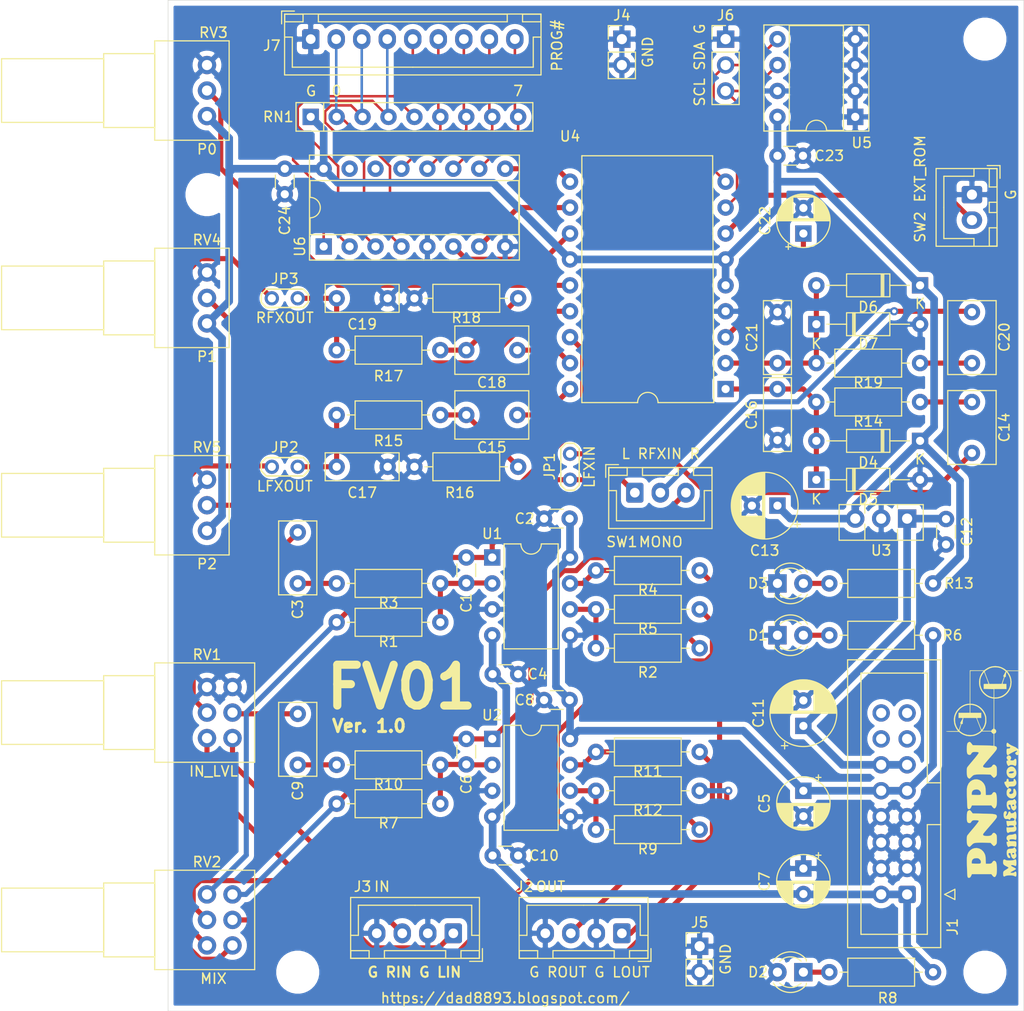
<source format=kicad_pcb>
(kicad_pcb (version 20171130) (host pcbnew "(5.1.10)-1")
  (title_block (title FV01) (date 2022-04-26) (rev Ver.1.0) (company "PNPN Manufactory"))
  (layers (0 F.Cu signal) (31 B.Cu signal) (34 B.Paste user) (35 F.Paste user) (36 B.SilkS user) (37 F.SilkS user) (38 B.Mask user) (39 F.Mask user) (44 Edge.Cuts user))
  (net 0 "")
  (net 1 "Net-(C1-Pad2)")
  (net 2 "Net-(C1-Pad1)")
  (net 3 +12V)
  (net 4 GND)
  (net 5 "Net-(C3-Pad1)")
  (net 6 -12V)
  (net 7 "Net-(C9-Pad1)")
  (net 8 +5V)
  (net 9 +3V3)
  (net 10 /FV-1/LFXIN)
  (net 11 "Net-(C14-Pad1)")
  (net 12 "Net-(C15-Pad2)")
  (net 13 "Net-(C15-Pad1)")
  (net 14 "Net-(C16-Pad1)")
  (net 15 /FV-1/LFXOUT)
  (net 16 "Net-(C18-Pad2)")
  (net 17 "Net-(C18-Pad1)")
  (net 18 /FV-1/RFXOUT)
  (net 19 /FV-1/RFXIN)
  (net 20 "Net-(C20-Pad1)")
  (net 21 "Net-(C21-Pad1)")
  (net 22 "Net-(C22-Pad1)")
  (net 23 "Net-(D1-Pad2)")
  (net 24 "Net-(D2-Pad1)")
  (net 25 "Net-(D3-Pad2)")
  (net 26 /RIN)
  (net 27 /LIN)
  (net 28 /ROUT)
  (net 29 /LOUT)
  (net 30 /FV-1/SDA)
  (net 31 /FV-1/SCL)
  (net 32 "Net-(JP2-Pad2)")
  (net 33 "Net-(JP3-Pad2)")
  (net 34 "Net-(R2-Pad2)")
  (net 35 "Net-(R2-Pad1)")
  (net 36 "Net-(R5-Pad2)")
  (net 37 "Net-(R12-Pad1)")
  (net 38 "Net-(R11-Pad2)")
  (net 39 "Net-(R12-Pad2)")
  (net 40 "Net-(RV5-Pad2)")
  (net 41 "Net-(SW2-Pad2)")
  (net 42 "Net-(U4-Pad12)")
  (net 43 "Net-(U4-Pad11)")
  (net 44 "Net-(U4-Pad10)")
  (net 45 "Net-(C6-Pad2)")
  (net 46 "Net-(C6-Pad1)")
  (net 47 "Net-(J7-Pad8)")
  (net 48 "Net-(J7-Pad7)")
  (net 49 "Net-(J7-Pad6)")
  (net 50 "Net-(J7-Pad5)")
  (net 51 "Net-(J7-Pad4)")
  (net 52 "Net-(J7-Pad3)")
  (net 53 "Net-(J7-Pad2)")
  (net 54 "Net-(RV3-Pad2)")
  (net 55 "Net-(RV4-Pad2)")
  (net 56 "Net-(C3-Pad2)")
  (net 57 "Net-(C9-Pad2)")
  (net 58 "Net-(J7-Pad9)")
  (module myfootprint:Silk_PNPN_Thyristor_1200dpi (layer F.Cu) (at 187.96 120.015 90)
    (fp_text reference G*** hide)
    (fp_text value LOGO hide)
  )
  (module myfootprint:Silk_PNPN_Manufactory_600dpi (layer F.Cu) (at 188.468 130.175 90)
    (fp_text reference G*** hide)
    (fp_text value LOGO hide)
  )
  (module Connector_JST:JST_XH_B4B-XH-A_1x04_P2.50mm_Vertical (layer F.Cu) (at 135.89 142.24 180)
    (fp_text reference J3 (at 8.89 4.572) (layer F.SilkS))
    (fp_text value IN)
    (pad 4 thru_hole oval (at 7.5 0 180) (size 1.7 1.95) (drill 0.95) (layers *.Cu *.Mask) (net 4 GND))
    (pad 3 thru_hole oval (at 5 0 180) (size 1.7 1.95) (drill 0.95) (layers *.Cu *.Mask) (net 26 /RIN))
    (pad 2 thru_hole oval (at 2.5 0 180) (size 1.7 1.95) (drill 0.95) (layers *.Cu *.Mask) (net 4 GND))
    (pad 1 thru_hole roundrect (at 0 0 180) (size 1.7 1.95) (drill 0.95) (layers *.Cu *.Mask) (roundrect_rratio 0.147059) (net 27 /LIN))
  )
  (module Capacitor_THT:C_Disc_D3.0mm_W1.6mm_P2.50mm (layer F.Cu) (at 137.16 105.41 270)
    (fp_text reference C1 (at 4.445 0 90) (layer F.SilkS))
    (fp_text value 10p)
    (pad 2 thru_hole circle (at 2.5 0 270) (size 1.6 1.6) (drill 0.8) (layers *.Cu *.Mask) (net 1 "Net-(C1-Pad2)"))
    (pad 1 thru_hole circle (at 0 0 270) (size 1.6 1.6) (drill 0.8) (layers *.Cu *.Mask) (net 2 "Net-(C1-Pad1)"))
  )
  (module Capacitor_THT:C_Rect_L7.0mm_W2.5mm_P5.00mm (layer F.Cu) (at 124.46 80.01)
    (fp_text reference C19 (at 2.5 2.54) (layer F.SilkS))
    (fp_text value "2200p(C&T)")
    (pad 2 thru_hole circle (at 5 0) (size 1.6 1.6) (drill 0.8) (layers *.Cu *.Mask) (net 4 GND))
    (pad 1 thru_hole circle (at 0 0) (size 1.6 1.6) (drill 0.8) (layers *.Cu *.Mask) (net 18 /FV-1/RFXOUT))
  )
  (module Capacitor_THT:C_Rect_L7.0mm_W2.5mm_P5.00mm (layer F.Cu) (at 124.46 96.52)
    (fp_text reference C17 (at 2.5 2.54) (layer F.SilkS))
    (fp_text value "2200p(C&T)")
    (pad 2 thru_hole circle (at 5 0) (size 1.6 1.6) (drill 0.8) (layers *.Cu *.Mask) (net 4 GND))
    (pad 1 thru_hole circle (at 0 0) (size 1.6 1.6) (drill 0.8) (layers *.Cu *.Mask) (net 15 /FV-1/LFXOUT))
  )
  (module Capacitor_THT:CP_Radial_D5.0mm_P2.50mm (layer F.Cu) (at 170.18 73.66 90)
    (fp_text reference C22 (at 1.25 -3.75 90) (layer F.SilkS))
    (fp_text value 1u)
    (pad 2 thru_hole circle (at 2.5 0 90) (size 1.6 1.6) (drill 0.8) (layers *.Cu *.Mask) (net 4 GND))
    (pad 1 thru_hole rect (at 0 0 90) (size 1.6 1.6) (drill 0.8) (layers *.Cu *.Mask) (net 22 "Net-(C22-Pad1)"))
  )
  (module Capacitor_THT:C_Rect_L7.0mm_W2.5mm_P5.00mm (layer F.Cu) (at 167.64 86.36 90)
    (fp_text reference C21 (at 2.5 -2.5 90) (layer F.SilkS))
    (fp_text value "1000p(C&T)")
    (pad 2 thru_hole circle (at 5 0 90) (size 1.6 1.6) (drill 0.8) (layers *.Cu *.Mask) (net 4 GND))
    (pad 1 thru_hole circle (at 0 0 90) (size 1.6 1.6) (drill 0.8) (layers *.Cu *.Mask) (net 21 "Net-(C21-Pad1)"))
  )
  (module Capacitor_THT:C_Rect_L7.0mm_W2.5mm_P5.00mm (layer F.Cu) (at 167.64 88.9 270)
    (fp_text reference C16 (at 2.54 2.54 90) (layer F.SilkS))
    (fp_text value "1000p(C&T)")
    (pad 2 thru_hole circle (at 5 0 270) (size 1.6 1.6) (drill 0.8) (layers *.Cu *.Mask) (net 4 GND))
    (pad 1 thru_hole circle (at 0 0 270) (size 1.6 1.6) (drill 0.8) (layers *.Cu *.Mask) (net 14 "Net-(C16-Pad1)"))
  )
  (module Potentiometer_THT:Potentiometer_Alps_RK097_Single_Horizontal (layer F.Cu) (at 111.76 97.79 180)
    (fp_text reference RV5 (at 0 3.175) (layer F.SilkS))
    (fp_text value 50k/B)
    (pad 1 thru_hole circle (at 0 0 180) (size 1.8 1.8) (drill 1) (layers *.Cu *.Mask) (net 4 GND))
    (pad 2 thru_hole circle (at 0 -2.5 180) (size 1.8 1.8) (drill 1) (layers *.Cu *.Mask) (net 40 "Net-(RV5-Pad2)"))
    (pad 3 thru_hole circle (at 0 -5 180) (size 1.8 1.8) (drill 1) (layers *.Cu *.Mask) (net 9 +3V3))
  )
  (module Potentiometer_THT:Potentiometer_Alps_RK097_Single_Horizontal (layer F.Cu) (at 111.76 77.47 180)
    (fp_text reference RV4 (at 0 3.175) (layer F.SilkS))
    (fp_text value 50k/B)
    (pad 1 thru_hole circle (at 0 0 180) (size 1.8 1.8) (drill 1) (layers *.Cu *.Mask) (net 4 GND))
    (pad 2 thru_hole circle (at 0 -2.5 180) (size 1.8 1.8) (drill 1) (layers *.Cu *.Mask) (net 55 "Net-(RV4-Pad2)"))
    (pad 3 thru_hole circle (at 0 -5 180) (size 1.8 1.8) (drill 1) (layers *.Cu *.Mask) (net 9 +3V3))
  )
  (module Potentiometer_THT:Potentiometer_Alps_RK097_Single_Horizontal (layer F.Cu) (at 111.76 57.15 180)
    (fp_text reference RV3 (at -0.635 3.175) (layer F.SilkS))
    (fp_text value 50k/B)
    (pad 1 thru_hole circle (at 0 0 180) (size 1.8 1.8) (drill 1) (layers *.Cu *.Mask) (net 4 GND))
    (pad 2 thru_hole circle (at 0 -2.5 180) (size 1.8 1.8) (drill 1) (layers *.Cu *.Mask) (net 54 "Net-(RV3-Pad2)"))
    (pad 3 thru_hole circle (at 0 -5 180) (size 1.8 1.8) (drill 1) (layers *.Cu *.Mask) (net 9 +3V3))
  )
  (module Potentiometer_THT:Potentiometer_Alps_RK097_Dual_Horizontal (layer F.Cu) (at 111.76 138.43 180)
    (fp_text reference RV2 (at 0 3.175) (layer F.SilkS))
    (fp_text value 50k/B)
    (pad 4 thru_hole circle (at -2.5 0 180) (size 1.8 1.8) (drill 1) (layers *.Cu *.Mask) (net 46 "Net-(C6-Pad1)"))
    (pad 5 thru_hole circle (at -2.5 -2.5 180) (size 1.8 1.8) (drill 1) (layers *.Cu *.Mask) (net 39 "Net-(R12-Pad2)"))
    (pad 6 thru_hole circle (at -2.5 -5 180) (size 1.8 1.8) (drill 1) (layers *.Cu *.Mask) (net 33 "Net-(JP3-Pad2)"))
    (pad 1 thru_hole circle (at 0 0 180) (size 1.8 1.8) (drill 1) (layers *.Cu *.Mask) (net 2 "Net-(C1-Pad1)"))
    (pad 2 thru_hole circle (at 0 -2.5 180) (size 1.8 1.8) (drill 1) (layers *.Cu *.Mask) (net 36 "Net-(R5-Pad2)"))
    (pad 3 thru_hole circle (at 0 -5 180) (size 1.8 1.8) (drill 1) (layers *.Cu *.Mask) (net 32 "Net-(JP2-Pad2)"))
  )
  (module Potentiometer_THT:Potentiometer_Alps_RK097_Dual_Horizontal (layer F.Cu) (at 111.76 118.11 180)
    (fp_text reference RV1 (at 0 3.175) (layer F.SilkS))
    (fp_text value 50k/A)
    (pad 4 thru_hole circle (at -2.5 0 180) (size 1.8 1.8) (drill 1) (layers *.Cu *.Mask) (net 4 GND))
    (pad 5 thru_hole circle (at -2.5 -2.5 180) (size 1.8 1.8) (drill 1) (layers *.Cu *.Mask) (net 57 "Net-(C9-Pad2)"))
    (pad 6 thru_hole circle (at -2.5 -5 180) (size 1.8 1.8) (drill 1) (layers *.Cu *.Mask) (net 26 /RIN))
    (pad 1 thru_hole circle (at 0 0 180) (size 1.8 1.8) (drill 1) (layers *.Cu *.Mask) (net 4 GND))
    (pad 2 thru_hole circle (at 0 -2.5 180) (size 1.8 1.8) (drill 1) (layers *.Cu *.Mask) (net 56 "Net-(C3-Pad2)"))
    (pad 3 thru_hole circle (at 0 -5 180) (size 1.8 1.8) (drill 1) (layers *.Cu *.Mask) (net 27 /LIN))
  )
  (module Connector_JST:JST_XH_B9B-XH-A_1x09_P2.50mm_Vertical (layer F.Cu) (at 121.92 54.61)
    (fp_text reference J7 (at -3.81 0.635) (layer F.SilkS))
    (fp_text value SW_PROG)
    (pad 9 thru_hole oval (at 20 0) (size 1.7 1.95) (drill 0.95) (layers *.Cu *.Mask) (net 58 "Net-(J7-Pad9)"))
    (pad 8 thru_hole oval (at 17.5 0) (size 1.7 1.95) (drill 0.95) (layers *.Cu *.Mask) (net 47 "Net-(J7-Pad8)"))
    (pad 7 thru_hole oval (at 15 0) (size 1.7 1.95) (drill 0.95) (layers *.Cu *.Mask) (net 48 "Net-(J7-Pad7)"))
    (pad 6 thru_hole oval (at 12.5 0) (size 1.7 1.95) (drill 0.95) (layers *.Cu *.Mask) (net 49 "Net-(J7-Pad6)"))
    (pad 5 thru_hole oval (at 10 0) (size 1.7 1.95) (drill 0.95) (layers *.Cu *.Mask) (net 50 "Net-(J7-Pad5)"))
    (pad 4 thru_hole oval (at 7.5 0) (size 1.7 1.95) (drill 0.95) (layers *.Cu *.Mask) (net 51 "Net-(J7-Pad4)"))
    (pad 3 thru_hole oval (at 5 0) (size 1.7 1.95) (drill 0.95) (layers *.Cu *.Mask) (net 52 "Net-(J7-Pad3)"))
    (pad 2 thru_hole oval (at 2.5 0) (size 1.7 1.95) (drill 0.95) (layers *.Cu *.Mask) (net 53 "Net-(J7-Pad2)"))
    (pad 1 thru_hole roundrect (at 0 0) (size 1.7 1.95) (drill 0.95) (layers *.Cu *.Mask) (roundrect_rratio 0.147059) (net 4 GND))
  )
  (module Connector_PinHeader_2.54mm:PinHeader_1x03_P2.54mm_Vertical (layer F.Cu) (at 162.56 54.61)
    (fp_text reference J6 (at 0 -2.33) (layer F.SilkS))
    (fp_text value PROG)
    (pad 3 thru_hole oval (at 0 5.08) (size 1.7 1.7) (drill 1) (layers *.Cu *.Mask) (net 31 /FV-1/SCL))
    (pad 2 thru_hole oval (at 0 2.54) (size 1.7 1.7) (drill 1) (layers *.Cu *.Mask) (net 30 /FV-1/SDA))
    (pad 1 thru_hole rect (at 0 0) (size 1.7 1.7) (drill 1) (layers *.Cu *.Mask) (net 4 GND))
  )
  (module Connector_PinHeader_2.54mm:PinHeader_1x02_P2.54mm_Vertical (layer F.Cu) (at 160.02 143.51)
    (fp_text reference J5 (at 0 -2.33) (layer F.SilkS))
    (fp_text value TP_GND)
    (pad 2 thru_hole oval (at 0 2.54) (size 1.7 1.7) (drill 1) (layers *.Cu *.Mask) (net 4 GND))
    (pad 1 thru_hole rect (at 0 0) (size 1.7 1.7) (drill 1) (layers *.Cu *.Mask) (net 4 GND))
  )
  (module Connector_PinHeader_2.54mm:PinHeader_1x02_P2.54mm_Vertical (layer F.Cu) (at 152.4 54.61)
    (fp_text reference J4 (at 0 -2.33) (layer F.SilkS))
    (fp_text value TP_GND)
    (pad 2 thru_hole oval (at 0 2.54) (size 1.7 1.7) (drill 1) (layers *.Cu *.Mask) (net 4 GND))
    (pad 1 thru_hole rect (at 0 0) (size 1.7 1.7) (drill 1) (layers *.Cu *.Mask) (net 4 GND))
  )
  (module Capacitor_THT:C_Disc_D3.0mm_W1.6mm_P2.50mm (layer F.Cu) (at 137.16 123.19 270)
    (fp_text reference C6 (at 4.445 0 90) (layer F.SilkS))
    (fp_text value 10p)
    (pad 2 thru_hole circle (at 2.5 0 270) (size 1.6 1.6) (drill 0.8) (layers *.Cu *.Mask) (net 45 "Net-(C6-Pad2)"))
    (pad 1 thru_hole circle (at 0 0 270) (size 1.6 1.6) (drill 0.8) (layers *.Cu *.Mask) (net 46 "Net-(C6-Pad1)"))
  )
  (module Capacitor_THT:CP_Radial_D5.0mm_P2.50mm (layer F.Cu) (at 170.18 128.27 270)
    (fp_text reference C5 (at 1.25 3.81 90) (layer F.SilkS))
    (fp_text value 47u)
    (pad 2 thru_hole circle (at 2.5 0 270) (size 1.6 1.6) (drill 0.8) (layers *.Cu *.Mask) (net 4 GND))
    (pad 1 thru_hole rect (at 0 0 270) (size 1.6 1.6) (drill 0.8) (layers *.Cu *.Mask) (net 3 +12V))
  )
  (module Package_DIP:DIP-16_W7.62mm_Socket (layer F.Cu) (at 123.19 74.93 90)
    (fp_text reference U6 (at 0 -2.33 90) (layer F.SilkS))
    (fp_text value 74HC148)
    (pad 16 thru_hole oval (at 7.62 0 90) (size 1.6 1.6) (drill 0.8) (layers *.Cu *.Mask) (net 9 +3V3))
    (pad 8 thru_hole oval (at 0 17.78 90) (size 1.6 1.6) (drill 0.8) (layers *.Cu *.Mask) (net 4 GND))
    (pad 15 thru_hole oval (at 7.62 2.54 90) (size 1.6 1.6) (drill 0.8) (layers *.Cu *.Mask))
    (pad 7 thru_hole oval (at 0 15.24 90) (size 1.6 1.6) (drill 0.8) (layers *.Cu *.Mask) (net 43 "Net-(U4-Pad11)"))
    (pad 14 thru_hole oval (at 7.62 5.08 90) (size 1.6 1.6) (drill 0.8) (layers *.Cu *.Mask))
    (pad 6 thru_hole oval (at 0 12.7 90) (size 1.6 1.6) (drill 0.8) (layers *.Cu *.Mask) (net 42 "Net-(U4-Pad12)"))
    (pad 13 thru_hole oval (at 7.62 7.62 90) (size 1.6 1.6) (drill 0.8) (layers *.Cu *.Mask) (net 49 "Net-(J7-Pad6)"))
    (pad 5 thru_hole oval (at 0 10.16 90) (size 1.6 1.6) (drill 0.8) (layers *.Cu *.Mask) (net 4 GND))
    (pad 12 thru_hole oval (at 7.62 10.16 90) (size 1.6 1.6) (drill 0.8) (layers *.Cu *.Mask) (net 48 "Net-(J7-Pad7)"))
    (pad 4 thru_hole oval (at 0 7.62 90) (size 1.6 1.6) (drill 0.8) (layers *.Cu *.Mask) (net 53 "Net-(J7-Pad2)"))
    (pad 11 thru_hole oval (at 7.62 12.7 90) (size 1.6 1.6) (drill 0.8) (layers *.Cu *.Mask) (net 47 "Net-(J7-Pad8)"))
    (pad 3 thru_hole oval (at 0 5.08 90) (size 1.6 1.6) (drill 0.8) (layers *.Cu *.Mask) (net 52 "Net-(J7-Pad3)"))
    (pad 10 thru_hole oval (at 7.62 15.24 90) (size 1.6 1.6) (drill 0.8) (layers *.Cu *.Mask) (net 58 "Net-(J7-Pad9)"))
    (pad 2 thru_hole oval (at 0 2.54 90) (size 1.6 1.6) (drill 0.8) (layers *.Cu *.Mask) (net 51 "Net-(J7-Pad4)"))
    (pad 9 thru_hole oval (at 7.62 17.78 90) (size 1.6 1.6) (drill 0.8) (layers *.Cu *.Mask) (net 44 "Net-(U4-Pad10)"))
    (pad 1 thru_hole rect (at 0 0 90) (size 1.6 1.6) (drill 0.8) (layers *.Cu *.Mask) (net 50 "Net-(J7-Pad5)"))
  )
  (module Package_DIP:DIP-8_W7.62mm_Socket (layer F.Cu) (at 175.26 62.23 180)
    (fp_text reference U5 (at -0.635 -2.54) (layer F.SilkS))
    (fp_text value 24LC32)
    (pad 8 thru_hole oval (at 7.62 0 180) (size 1.6 1.6) (drill 0.8) (layers *.Cu *.Mask) (net 9 +3V3))
    (pad 4 thru_hole oval (at 0 7.62 180) (size 1.6 1.6) (drill 0.8) (layers *.Cu *.Mask) (net 4 GND))
    (pad 7 thru_hole oval (at 7.62 2.54 180) (size 1.6 1.6) (drill 0.8) (layers *.Cu *.Mask) (net 4 GND))
    (pad 3 thru_hole oval (at 0 5.08 180) (size 1.6 1.6) (drill 0.8) (layers *.Cu *.Mask) (net 4 GND))
    (pad 6 thru_hole oval (at 7.62 5.08 180) (size 1.6 1.6) (drill 0.8) (layers *.Cu *.Mask) (net 31 /FV-1/SCL))
    (pad 2 thru_hole oval (at 0 2.54 180) (size 1.6 1.6) (drill 0.8) (layers *.Cu *.Mask) (net 4 GND))
    (pad 5 thru_hole oval (at 7.62 7.62 180) (size 1.6 1.6) (drill 0.8) (layers *.Cu *.Mask) (net 30 /FV-1/SDA))
    (pad 1 thru_hole rect (at 0 0 180) (size 1.6 1.6) (drill 0.8) (layers *.Cu *.Mask) (net 4 GND))
  )
  (module myfootprint:DIP-18_W15.24mm (layer F.Cu) (at 162.56 88.9 180)
    (fp_text reference U4 (at 15.24 24.765) (layer F.SilkS))
    (fp_text value AE-FV-1-DIP_large)
    (pad 12 thru_hole oval (at 15.24 15.24 180) (size 1.6 1.6) (drill 0.8) (layers *.Cu *.Mask) (net 42 "Net-(U4-Pad12)"))
    (pad 11 thru_hole oval (at 15.24 17.78 180) (size 1.6 1.6) (drill 0.8) (layers *.Cu *.Mask) (net 43 "Net-(U4-Pad11)"))
    (pad 10 thru_hole oval (at 15.24 20.32 180) (size 1.6 1.6) (drill 0.8) (layers *.Cu *.Mask) (net 44 "Net-(U4-Pad10)"))
    (pad 9 thru_hole oval (at 0 20.32 180) (size 1.6 1.6) (drill 0.8) (layers *.Cu *.Mask) (net 30 /FV-1/SDA))
    (pad 8 thru_hole oval (at 0 17.78 180) (size 1.6 1.6) (drill 0.8) (layers *.Cu *.Mask) (net 31 /FV-1/SCL))
    (pad 7 thru_hole oval (at 0 15.24 180) (size 1.6 1.6) (drill 0.8) (layers *.Cu *.Mask) (net 41 "Net-(SW2-Pad2)"))
    (pad 18 thru_hole oval (at 15.24 0 180) (size 1.6 1.6) (drill 0.8) (layers *.Cu *.Mask) (net 12 "Net-(C15-Pad2)"))
    (pad 6 thru_hole oval (at 0 12.7 180) (size 1.6 1.6) (drill 0.8) (layers *.Cu *.Mask) (net 9 +3V3))
    (pad 17 thru_hole oval (at 15.24 2.54 180) (size 1.6 1.6) (drill 0.8) (layers *.Cu *.Mask) (net 16 "Net-(C18-Pad2)"))
    (pad 5 thru_hole oval (at 0 10.16 180) (size 1.6 1.6) (drill 0.8) (layers *.Cu *.Mask) (net 9 +3V3))
    (pad 16 thru_hole oval (at 15.24 5.08 180) (size 1.6 1.6) (drill 0.8) (layers *.Cu *.Mask) (net 40 "Net-(RV5-Pad2)"))
    (pad 4 thru_hole oval (at 0 7.62 180) (size 1.6 1.6) (drill 0.8) (layers *.Cu *.Mask) (net 4 GND))
    (pad 15 thru_hole oval (at 15.24 7.62 180) (size 1.6 1.6) (drill 0.8) (layers *.Cu *.Mask) (net 55 "Net-(RV4-Pad2)"))
    (pad 3 thru_hole oval (at 0 5.08 180) (size 1.6 1.6) (drill 0.8) (layers *.Cu *.Mask) (net 22 "Net-(C22-Pad1)"))
    (pad 14 thru_hole oval (at 15.24 10.16 180) (size 1.6 1.6) (drill 0.8) (layers *.Cu *.Mask) (net 54 "Net-(RV3-Pad2)"))
    (pad 2 thru_hole oval (at 0 2.54 180) (size 1.6 1.6) (drill 0.8) (layers *.Cu *.Mask) (net 21 "Net-(C21-Pad1)"))
    (pad 13 thru_hole oval (at 15.24 12.7 180) (size 1.6 1.6) (drill 0.8) (layers *.Cu *.Mask) (net 9 +3V3))
    (pad 1 thru_hole rect (at 0 0 180) (size 1.6 1.6) (drill 0.8) (layers *.Cu *.Mask) (net 14 "Net-(C16-Pad1)"))
  )
  (module Package_TO_SOT_THT:TO-126-3_Vertical (layer F.Cu) (at 180.34 101.6 180)
    (fp_text reference U3 (at 2.54 -3.12) (layer F.SilkS))
    (fp_text value TA48M033F)
    (pad 3 thru_hole oval (at 5.08 0 180) (size 1.8 1.8) (drill 1) (layers *.Cu *.Mask) (net 9 +3V3))
    (pad 2 thru_hole oval (at 2.54 0 180) (size 1.8 1.8) (drill 1) (layers *.Cu *.Mask) (net 4 GND))
    (pad 1 thru_hole rect (at 0 0 180) (size 1.8 1.8) (drill 1) (layers *.Cu *.Mask) (net 8 +5V))
  )
  (module Package_DIP:DIP-8_W7.62mm (layer F.Cu) (at 139.7 123.19)
    (fp_text reference U2 (at 0 -2.33) (layer F.SilkS))
    (fp_text value TL072)
    (pad 8 thru_hole oval (at 7.62 0) (size 1.6 1.6) (drill 0.8) (layers *.Cu *.Mask) (net 3 +12V))
    (pad 4 thru_hole oval (at 0 7.62) (size 1.6 1.6) (drill 0.8) (layers *.Cu *.Mask) (net 6 -12V))
    (pad 7 thru_hole oval (at 7.62 2.54) (size 1.6 1.6) (drill 0.8) (layers *.Cu *.Mask) (net 38 "Net-(R11-Pad2)"))
    (pad 3 thru_hole oval (at 0 5.08) (size 1.6 1.6) (drill 0.8) (layers *.Cu *.Mask) (net 4 GND))
    (pad 6 thru_hole oval (at 7.62 5.08) (size 1.6 1.6) (drill 0.8) (layers *.Cu *.Mask) (net 37 "Net-(R12-Pad1)"))
    (pad 2 thru_hole oval (at 0 2.54) (size 1.6 1.6) (drill 0.8) (layers *.Cu *.Mask) (net 45 "Net-(C6-Pad2)"))
    (pad 5 thru_hole oval (at 7.62 7.62) (size 1.6 1.6) (drill 0.8) (layers *.Cu *.Mask) (net 4 GND))
    (pad 1 thru_hole rect (at 0 0) (size 1.6 1.6) (drill 0.8) (layers *.Cu *.Mask) (net 46 "Net-(C6-Pad1)"))
  )
  (module Package_DIP:DIP-8_W7.62mm (layer F.Cu) (at 139.7 105.41)
    (fp_text reference U1 (at 0 -2.33) (layer F.SilkS))
    (fp_text value TL072)
    (pad 8 thru_hole oval (at 7.62 0) (size 1.6 1.6) (drill 0.8) (layers *.Cu *.Mask) (net 3 +12V))
    (pad 4 thru_hole oval (at 0 7.62) (size 1.6 1.6) (drill 0.8) (layers *.Cu *.Mask) (net 6 -12V))
    (pad 7 thru_hole oval (at 7.62 2.54) (size 1.6 1.6) (drill 0.8) (layers *.Cu *.Mask) (net 35 "Net-(R2-Pad1)"))
    (pad 3 thru_hole oval (at 0 5.08) (size 1.6 1.6) (drill 0.8) (layers *.Cu *.Mask) (net 4 GND))
    (pad 6 thru_hole oval (at 7.62 5.08) (size 1.6 1.6) (drill 0.8) (layers *.Cu *.Mask) (net 34 "Net-(R2-Pad2)"))
    (pad 2 thru_hole oval (at 0 2.54) (size 1.6 1.6) (drill 0.8) (layers *.Cu *.Mask) (net 1 "Net-(C1-Pad2)"))
    (pad 5 thru_hole oval (at 7.62 7.62) (size 1.6 1.6) (drill 0.8) (layers *.Cu *.Mask) (net 4 GND))
    (pad 1 thru_hole rect (at 0 0) (size 1.6 1.6) (drill 0.8) (layers *.Cu *.Mask) (net 2 "Net-(C1-Pad1)"))
  )
  (module Connector_JST:JST_XH_B2B-XH-A_1x02_P2.50mm_Vertical (layer F.Cu) (at 186.69 69.85 270)
    (fp_text reference SW2 (at 3.175 5.08 90) (layer F.SilkS))
    (fp_text value SW_EEPROM)
    (pad 2 thru_hole oval (at 2.5 0 270) (size 1.7 2) (drill 1) (layers *.Cu *.Mask) (net 41 "Net-(SW2-Pad2)"))
    (pad 1 thru_hole roundrect (at 0 0 270) (size 1.7 2) (drill 1) (layers *.Cu *.Mask) (roundrect_rratio 0.147059) (net 4 GND))
  )
  (module Connector_JST:JST_XH_B3B-XH-A_1x03_P2.50mm_Vertical (layer F.Cu) (at 153.67 99.06)
    (fp_text reference SW1 (at -1.27 4.826) (layer F.SilkS))
    (fp_text value SW_MONO)
    (pad 3 thru_hole oval (at 5 0) (size 1.7 1.95) (drill 0.95) (layers *.Cu *.Mask) (net 46 "Net-(C6-Pad1)"))
    (pad 2 thru_hole oval (at 2.5 0) (size 1.7 1.95) (drill 0.95) (layers *.Cu *.Mask) (net 19 /FV-1/RFXIN))
    (pad 1 thru_hole roundrect (at 0 0) (size 1.7 1.95) (drill 0.95) (layers *.Cu *.Mask) (roundrect_rratio 0.147059) (net 2 "Net-(C1-Pad1)"))
  )
  (module Resistor_THT:R_Array_SIP9 (layer F.Cu) (at 121.92 62.23)
    (fp_text reference RN1 (at -3.175 0) (layer F.SilkS))
    (fp_text value "4.7k x8")
    (pad 9 thru_hole oval (at 20.32 0) (size 1.6 1.6) (drill 0.8) (layers *.Cu *.Mask) (net 58 "Net-(J7-Pad9)"))
    (pad 8 thru_hole oval (at 17.78 0) (size 1.6 1.6) (drill 0.8) (layers *.Cu *.Mask) (net 47 "Net-(J7-Pad8)"))
    (pad 7 thru_hole oval (at 15.24 0) (size 1.6 1.6) (drill 0.8) (layers *.Cu *.Mask) (net 48 "Net-(J7-Pad7)"))
    (pad 6 thru_hole oval (at 12.7 0) (size 1.6 1.6) (drill 0.8) (layers *.Cu *.Mask) (net 49 "Net-(J7-Pad6)"))
    (pad 5 thru_hole oval (at 10.16 0) (size 1.6 1.6) (drill 0.8) (layers *.Cu *.Mask) (net 50 "Net-(J7-Pad5)"))
    (pad 4 thru_hole oval (at 7.62 0) (size 1.6 1.6) (drill 0.8) (layers *.Cu *.Mask) (net 51 "Net-(J7-Pad4)"))
    (pad 3 thru_hole oval (at 5.08 0) (size 1.6 1.6) (drill 0.8) (layers *.Cu *.Mask) (net 52 "Net-(J7-Pad3)"))
    (pad 2 thru_hole oval (at 2.54 0) (size 1.6 1.6) (drill 0.8) (layers *.Cu *.Mask) (net 53 "Net-(J7-Pad2)"))
    (pad 1 thru_hole rect (at 0 0) (size 1.6 1.6) (drill 0.8) (layers *.Cu *.Mask) (net 9 +3V3))
  )
  (module Resistor_THT:R_Axial_DIN0207_L6.3mm_D2.5mm_P10.16mm_Horizontal (layer F.Cu) (at 171.45 86.36)
    (fp_text reference R19 (at 5.08 1.905) (layer F.SilkS))
    (fp_text value 1k)
    (pad 2 thru_hole oval (at 10.16 0) (size 1.6 1.6) (drill 0.8) (layers *.Cu *.Mask) (net 20 "Net-(C20-Pad1)"))
    (pad 1 thru_hole circle (at 0 0) (size 1.6 1.6) (drill 0.8) (layers *.Cu *.Mask) (net 21 "Net-(C21-Pad1)"))
  )
  (module Resistor_THT:R_Axial_DIN0207_L6.3mm_D2.5mm_P10.16mm_Horizontal (layer F.Cu) (at 132.08 80.01)
    (fp_text reference R18 (at 5.08 1.905) (layer F.SilkS))
    (fp_text value "33k(C&T)")
    (pad 2 thru_hole oval (at 10.16 0) (size 1.6 1.6) (drill 0.8) (layers *.Cu *.Mask) (net 17 "Net-(C18-Pad1)"))
    (pad 1 thru_hole circle (at 0 0) (size 1.6 1.6) (drill 0.8) (layers *.Cu *.Mask) (net 4 GND))
  )
  (module Resistor_THT:R_Axial_DIN0207_L6.3mm_D2.5mm_P10.16mm_Horizontal (layer F.Cu) (at 124.46 85.09)
    (fp_text reference R17 (at 5.08 2.54) (layer F.SilkS))
    (fp_text value 1k)
    (pad 2 thru_hole oval (at 10.16 0) (size 1.6 1.6) (drill 0.8) (layers *.Cu *.Mask) (net 17 "Net-(C18-Pad1)"))
    (pad 1 thru_hole circle (at 0 0) (size 1.6 1.6) (drill 0.8) (layers *.Cu *.Mask) (net 18 /FV-1/RFXOUT))
  )
  (module Resistor_THT:R_Axial_DIN0207_L6.3mm_D2.5mm_P10.16mm_Horizontal (layer F.Cu) (at 132.08 96.52)
    (fp_text reference R16 (at 4.445 2.54) (layer F.SilkS))
    (fp_text value "33k(C&T)")
    (pad 2 thru_hole oval (at 10.16 0) (size 1.6 1.6) (drill 0.8) (layers *.Cu *.Mask) (net 13 "Net-(C15-Pad1)"))
    (pad 1 thru_hole circle (at 0 0) (size 1.6 1.6) (drill 0.8) (layers *.Cu *.Mask) (net 4 GND))
  )
  (module Resistor_THT:R_Axial_DIN0207_L6.3mm_D2.5mm_P10.16mm_Horizontal (layer F.Cu) (at 124.46 91.44)
    (fp_text reference R15 (at 5.08 2.54) (layer F.SilkS))
    (fp_text value 1k)
    (pad 2 thru_hole oval (at 10.16 0) (size 1.6 1.6) (drill 0.8) (layers *.Cu *.Mask) (net 13 "Net-(C15-Pad1)"))
    (pad 1 thru_hole circle (at 0 0) (size 1.6 1.6) (drill 0.8) (layers *.Cu *.Mask) (net 15 /FV-1/LFXOUT))
  )
  (module Resistor_THT:R_Axial_DIN0207_L6.3mm_D2.5mm_P10.16mm_Horizontal (layer F.Cu) (at 171.45 90.17)
    (fp_text reference R14 (at 5.08 1.905) (layer F.SilkS))
    (fp_text value 1k)
    (pad 2 thru_hole oval (at 10.16 0) (size 1.6 1.6) (drill 0.8) (layers *.Cu *.Mask) (net 11 "Net-(C14-Pad1)"))
    (pad 1 thru_hole circle (at 0 0) (size 1.6 1.6) (drill 0.8) (layers *.Cu *.Mask) (net 14 "Net-(C16-Pad1)"))
  )
  (module Resistor_THT:R_Axial_DIN0207_L6.3mm_D2.5mm_P10.16mm_Horizontal (layer F.Cu) (at 182.88 107.95 180)
    (fp_text reference R13 (at -2.54 0) (layer F.SilkS))
    (fp_text value 1k)
    (pad 2 thru_hole oval (at 10.16 0 180) (size 1.6 1.6) (drill 0.8) (layers *.Cu *.Mask) (net 25 "Net-(D3-Pad2)"))
    (pad 1 thru_hole circle (at 0 0 180) (size 1.6 1.6) (drill 0.8) (layers *.Cu *.Mask) (net 9 +3V3))
  )
  (module Resistor_THT:R_Axial_DIN0207_L6.3mm_D2.5mm_P10.16mm_Horizontal (layer F.Cu) (at 149.86 128.27)
    (fp_text reference R12 (at 5.08 1.905) (layer F.SilkS))
    (fp_text value "100k(C&T)")
    (pad 2 thru_hole oval (at 10.16 0) (size 1.6 1.6) (drill 0.8) (layers *.Cu *.Mask) (net 39 "Net-(R12-Pad2)"))
    (pad 1 thru_hole circle (at 0 0) (size 1.6 1.6) (drill 0.8) (layers *.Cu *.Mask) (net 37 "Net-(R12-Pad1)"))
  )
  (module Resistor_THT:R_Axial_DIN0207_L6.3mm_D2.5mm_P10.16mm_Horizontal (layer F.Cu) (at 160.02 124.46 180)
    (fp_text reference R11 (at 5.08 -1.905) (layer F.SilkS))
    (fp_text value 1k)
    (pad 2 thru_hole oval (at 10.16 0 180) (size 1.6 1.6) (drill 0.8) (layers *.Cu *.Mask) (net 38 "Net-(R11-Pad2)"))
    (pad 1 thru_hole circle (at 0 0 180) (size 1.6 1.6) (drill 0.8) (layers *.Cu *.Mask) (net 28 /ROUT))
  )
  (module Resistor_THT:R_Axial_DIN0207_L6.3mm_D2.5mm_P10.16mm_Horizontal (layer F.Cu) (at 134.62 125.73 180)
    (fp_text reference R10 (at 5.08 -1.905) (layer F.SilkS))
    (fp_text value 330k)
    (pad 2 thru_hole oval (at 10.16 0 180) (size 1.6 1.6) (drill 0.8) (layers *.Cu *.Mask) (net 7 "Net-(C9-Pad1)"))
    (pad 1 thru_hole circle (at 0 0 180) (size 1.6 1.6) (drill 0.8) (layers *.Cu *.Mask) (net 45 "Net-(C6-Pad2)"))
  )
  (module Resistor_THT:R_Axial_DIN0207_L6.3mm_D2.5mm_P10.16mm_Horizontal (layer F.Cu) (at 160.02 132.08 180)
    (fp_text reference R9 (at 5.08 -1.905) (layer F.SilkS))
    (fp_text value "330k(C&T)")
    (pad 2 thru_hole oval (at 10.16 0 180) (size 1.6 1.6) (drill 0.8) (layers *.Cu *.Mask) (net 37 "Net-(R12-Pad1)"))
    (pad 1 thru_hole circle (at 0 0 180) (size 1.6 1.6) (drill 0.8) (layers *.Cu *.Mask) (net 38 "Net-(R11-Pad2)"))
  )
  (module Resistor_THT:R_Axial_DIN0207_L6.3mm_D2.5mm_P10.16mm_Horizontal (layer F.Cu) (at 172.72 146.05)
    (fp_text reference R8 (at 5.715 2.54) (layer F.SilkS))
    (fp_text value 4.7k)
    (pad 2 thru_hole oval (at 10.16 0) (size 1.6 1.6) (drill 0.8) (layers *.Cu *.Mask) (net 6 -12V))
    (pad 1 thru_hole circle (at 0 0) (size 1.6 1.6) (drill 0.8) (layers *.Cu *.Mask) (net 24 "Net-(D2-Pad1)"))
  )
  (module Resistor_THT:R_Axial_DIN0207_L6.3mm_D2.5mm_P10.16mm_Horizontal (layer F.Cu) (at 124.46 129.54)
    (fp_text reference R7 (at 5.08 1.905) (layer F.SilkS))
    (fp_text value 100k)
    (pad 2 thru_hole oval (at 10.16 0) (size 1.6 1.6) (drill 0.8) (layers *.Cu *.Mask) (net 45 "Net-(C6-Pad2)"))
    (pad 1 thru_hole circle (at 0 0) (size 1.6 1.6) (drill 0.8) (layers *.Cu *.Mask) (net 46 "Net-(C6-Pad1)"))
  )
  (module Resistor_THT:R_Axial_DIN0207_L6.3mm_D2.5mm_P10.16mm_Horizontal (layer F.Cu) (at 182.88 113.03 180)
    (fp_text reference R6 (at -1.905 0) (layer F.SilkS))
    (fp_text value 4.7k)
    (pad 2 thru_hole oval (at 10.16 0 180) (size 1.6 1.6) (drill 0.8) (layers *.Cu *.Mask) (net 23 "Net-(D1-Pad2)"))
    (pad 1 thru_hole circle (at 0 0 180) (size 1.6 1.6) (drill 0.8) (layers *.Cu *.Mask) (net 3 +12V))
  )
  (module Resistor_THT:R_Axial_DIN0207_L6.3mm_D2.5mm_P10.16mm_Horizontal (layer F.Cu) (at 149.86 110.49)
    (fp_text reference R5 (at 5.08 1.905) (layer F.SilkS))
    (fp_text value "100k(C&T)")
    (pad 2 thru_hole oval (at 10.16 0) (size 1.6 1.6) (drill 0.8) (layers *.Cu *.Mask) (net 36 "Net-(R5-Pad2)"))
    (pad 1 thru_hole circle (at 0 0) (size 1.6 1.6) (drill 0.8) (layers *.Cu *.Mask) (net 34 "Net-(R2-Pad2)"))
  )
  (module Resistor_THT:R_Axial_DIN0207_L6.3mm_D2.5mm_P10.16mm_Horizontal (layer F.Cu) (at 160.02 106.68 180)
    (fp_text reference R4 (at 5.08 -1.905) (layer F.SilkS))
    (fp_text value 1k)
    (pad 2 thru_hole oval (at 10.16 0 180) (size 1.6 1.6) (drill 0.8) (layers *.Cu *.Mask) (net 35 "Net-(R2-Pad1)"))
    (pad 1 thru_hole circle (at 0 0 180) (size 1.6 1.6) (drill 0.8) (layers *.Cu *.Mask) (net 29 /LOUT))
  )
  (module Resistor_THT:R_Axial_DIN0207_L6.3mm_D2.5mm_P10.16mm_Horizontal (layer F.Cu) (at 134.62 107.95 180)
    (fp_text reference R3 (at 5.08 -1.905) (layer F.SilkS))
    (fp_text value 330k)
    (pad 2 thru_hole oval (at 10.16 0 180) (size 1.6 1.6) (drill 0.8) (layers *.Cu *.Mask) (net 5 "Net-(C3-Pad1)"))
    (pad 1 thru_hole circle (at 0 0 180) (size 1.6 1.6) (drill 0.8) (layers *.Cu *.Mask) (net 1 "Net-(C1-Pad2)"))
  )
  (module Resistor_THT:R_Axial_DIN0207_L6.3mm_D2.5mm_P10.16mm_Horizontal (layer F.Cu) (at 160.02 114.3 180)
    (fp_text reference R2 (at 5.08 -2.37) (layer F.SilkS))
    (fp_text value "330k(C&T)")
    (pad 2 thru_hole oval (at 10.16 0 180) (size 1.6 1.6) (drill 0.8) (layers *.Cu *.Mask) (net 34 "Net-(R2-Pad2)"))
    (pad 1 thru_hole circle (at 0 0 180) (size 1.6 1.6) (drill 0.8) (layers *.Cu *.Mask) (net 35 "Net-(R2-Pad1)"))
  )
  (module Resistor_THT:R_Axial_DIN0207_L6.3mm_D2.5mm_P10.16mm_Horizontal (layer F.Cu) (at 124.46 111.76)
    (fp_text reference R1 (at 5.08 1.905) (layer F.SilkS))
    (fp_text value 100k)
    (pad 2 thru_hole oval (at 10.16 0) (size 1.6 1.6) (drill 0.8) (layers *.Cu *.Mask) (net 1 "Net-(C1-Pad2)"))
    (pad 1 thru_hole circle (at 0 0) (size 1.6 1.6) (drill 0.8) (layers *.Cu *.Mask) (net 2 "Net-(C1-Pad1)"))
  )
  (module TestPoint:TestPoint_2Pads_Pitch2.54mm_Drill0.8mm (layer F.Cu) (at 120.65 80.01 180)
    (fp_text reference JP3 (at 1.27 1.905) (layer F.SilkS))
    (fp_text value Jumper)
    (pad 2 thru_hole circle (at 2.54 0 180) (size 1.4 1.4) (drill 0.8) (layers *.Cu *.Mask) (net 33 "Net-(JP3-Pad2)"))
    (pad 1 thru_hole circle (at 0 0 180) (size 1.4 1.4) (drill 0.8) (layers *.Cu *.Mask) (net 18 /FV-1/RFXOUT))
  )
  (module TestPoint:TestPoint_2Pads_Pitch2.54mm_Drill0.8mm (layer F.Cu) (at 120.65 96.52 180)
    (fp_text reference JP2 (at 1.27 1.905) (layer F.SilkS))
    (fp_text value Jumper)
    (pad 2 thru_hole circle (at 2.54 0 180) (size 1.4 1.4) (drill 0.8) (layers *.Cu *.Mask) (net 32 "Net-(JP2-Pad2)"))
    (pad 1 thru_hole circle (at 0 0 180) (size 1.4 1.4) (drill 0.8) (layers *.Cu *.Mask) (net 15 /FV-1/LFXOUT))
  )
  (module TestPoint:TestPoint_2Pads_Pitch2.54mm_Drill0.8mm (layer F.Cu) (at 147.32 97.79 90)
    (fp_text reference JP1 (at 1.3 -2 90) (layer F.SilkS))
    (fp_text value Jumper)
    (pad 2 thru_hole circle (at 2.54 0 90) (size 1.4 1.4) (drill 0.8) (layers *.Cu *.Mask) (net 10 /FV-1/LFXIN))
    (pad 1 thru_hole circle (at 0 0 90) (size 1.4 1.4) (drill 0.8) (layers *.Cu *.Mask) (net 2 "Net-(C1-Pad1)"))
  )
  (module Connector_JST:JST_XH_B4B-XH-A_1x04_P2.50mm_Vertical (layer F.Cu) (at 152.4 142.24 180)
    (fp_text reference J2 (at 9.525 4.572) (layer F.SilkS))
    (fp_text value OUT)
    (pad 4 thru_hole oval (at 7.5 0 180) (size 1.7 1.95) (drill 0.95) (layers *.Cu *.Mask) (net 4 GND))
    (pad 3 thru_hole oval (at 5 0 180) (size 1.7 1.95) (drill 0.95) (layers *.Cu *.Mask) (net 28 /ROUT))
    (pad 2 thru_hole oval (at 2.5 0 180) (size 1.7 1.95) (drill 0.95) (layers *.Cu *.Mask) (net 4 GND))
    (pad 1 thru_hole roundrect (at 0 0 180) (size 1.7 1.95) (drill 0.95) (layers *.Cu *.Mask) (roundrect_rratio 0.147059) (net 29 /LOUT))
  )
  (module Connector_IDC:IDC-Header_2x08_P2.54mm_Vertical (layer F.Cu) (at 180.34 138.43 180)
    (fp_text reference J1 (at -4.445 -3.175 90) (layer F.SilkS))
    (fp_text value ERK_PWR)
    (pad 16 thru_hole circle (at 2.54 17.78 180) (size 1.7 1.7) (drill 1) (layers *.Cu *.Mask))
    (pad 14 thru_hole circle (at 2.54 15.24 180) (size 1.7 1.7) (drill 1) (layers *.Cu *.Mask))
    (pad 12 thru_hole circle (at 2.54 12.7 180) (size 1.7 1.7) (drill 1) (layers *.Cu *.Mask) (net 8 +5V))
    (pad 10 thru_hole circle (at 2.54 10.16 180) (size 1.7 1.7) (drill 1) (layers *.Cu *.Mask) (net 3 +12V))
    (pad 8 thru_hole circle (at 2.54 7.62 180) (size 1.7 1.7) (drill 1) (layers *.Cu *.Mask) (net 4 GND))
    (pad 6 thru_hole circle (at 2.54 5.08 180) (size 1.7 1.7) (drill 1) (layers *.Cu *.Mask) (net 4 GND))
    (pad 4 thru_hole circle (at 2.54 2.54 180) (size 1.7 1.7) (drill 1) (layers *.Cu *.Mask) (net 4 GND))
    (pad 2 thru_hole circle (at 2.54 0 180) (size 1.7 1.7) (drill 1) (layers *.Cu *.Mask) (net 6 -12V))
    (pad 15 thru_hole circle (at 0 17.78 180) (size 1.7 1.7) (drill 1) (layers *.Cu *.Mask))
    (pad 13 thru_hole circle (at 0 15.24 180) (size 1.7 1.7) (drill 1) (layers *.Cu *.Mask))
    (pad 11 thru_hole circle (at 0 12.7 180) (size 1.7 1.7) (drill 1) (layers *.Cu *.Mask) (net 8 +5V))
    (pad 9 thru_hole circle (at 0 10.16 180) (size 1.7 1.7) (drill 1) (layers *.Cu *.Mask) (net 3 +12V))
    (pad 7 thru_hole circle (at 0 7.62 180) (size 1.7 1.7) (drill 1) (layers *.Cu *.Mask) (net 4 GND))
    (pad 5 thru_hole circle (at 0 5.08 180) (size 1.7 1.7) (drill 1) (layers *.Cu *.Mask) (net 4 GND))
    (pad 3 thru_hole circle (at 0 2.54 180) (size 1.7 1.7) (drill 1) (layers *.Cu *.Mask) (net 4 GND))
    (pad 1 thru_hole roundrect (at 0 0 180) (size 1.7 1.7) (drill 1) (layers *.Cu *.Mask) (roundrect_rratio 0.147059) (net 6 -12V))
  )
  (module MountingHole:MountingHole_3.2mm_M3 (layer F.Cu) (at 187.96 146.05)
    (fp_text reference H4)
    (fp_text value MountingHole)
    (pad 1 np_thru_hole circle (at 0 0) (size 3.2 3.2) (drill 3.2) (layers *.Cu *.Mask))
  )
  (module MountingHole:MountingHole_3.2mm_M3 (layer F.Cu) (at 187.96 54.61)
    (fp_text reference H3)
    (fp_text value MountingHole)
    (pad 1 np_thru_hole circle (at 0 0) (size 3.2 3.2) (drill 3.2) (layers *.Cu *.Mask))
  )
  (module MountingHole:MountingHole_3.2mm_M3 (layer F.Cu) (at 120.65 146.05)
    (fp_text reference H2)
    (fp_text value MountingHole)
    (pad 1 np_thru_hole circle (at 0 0) (size 3.2 3.2) (drill 3.2) (layers *.Cu *.Mask))
  )
  (module MountingHole:MountingHole_3.2mm_M3 (layer F.Cu) (at 111.76 69.85)
    (fp_text reference H1)
    (fp_text value MountingHole)
    (pad 1 np_thru_hole circle (at 0 0) (size 3.2 3.2) (drill 3.2) (layers *.Cu *.Mask))
  )
  (module Diode_THT:D_DO-35_SOD27_P10.16mm_Horizontal (layer F.Cu) (at 171.45 82.55)
    (fp_text reference D7 (at 5.08 1.905) (layer F.SilkS))
    (fp_text value 1SS106)
    (fp_text user K (at 0 1.905) (layer F.SilkS))
    (pad 2 thru_hole oval (at 10.16 0) (size 1.6 1.6) (drill 0.8) (layers *.Cu *.Mask) (net 4 GND))
    (pad 1 thru_hole rect (at 0 0) (size 1.6 1.6) (drill 0.8) (layers *.Cu *.Mask) (net 21 "Net-(C21-Pad1)"))
  )
  (module Diode_THT:D_DO-35_SOD27_P10.16mm_Horizontal (layer F.Cu) (at 181.61 78.74 180)
    (fp_text reference D6 (at 5.08 -2.12) (layer F.SilkS))
    (fp_text value 1SS106)
    (fp_text user K (at 0 -1.8) (layer F.SilkS))
    (pad 2 thru_hole oval (at 10.16 0 180) (size 1.6 1.6) (drill 0.8) (layers *.Cu *.Mask) (net 21 "Net-(C21-Pad1)"))
    (pad 1 thru_hole rect (at 0 0 180) (size 1.6 1.6) (drill 0.8) (layers *.Cu *.Mask) (net 9 +3V3))
  )
  (module Diode_THT:D_DO-35_SOD27_P10.16mm_Horizontal (layer F.Cu) (at 171.45 97.79)
    (fp_text reference D5 (at 5.08 1.905) (layer F.SilkS))
    (fp_text value 1SS106)
    (fp_text user K (at 0 1.905) (layer F.SilkS))
    (pad 2 thru_hole oval (at 10.16 0) (size 1.6 1.6) (drill 0.8) (layers *.Cu *.Mask) (net 4 GND))
    (pad 1 thru_hole rect (at 0 0) (size 1.6 1.6) (drill 0.8) (layers *.Cu *.Mask) (net 14 "Net-(C16-Pad1)"))
  )
  (module Diode_THT:D_DO-35_SOD27_P10.16mm_Horizontal (layer F.Cu) (at 181.61 93.98 180)
    (fp_text reference D4 (at 5.08 -2.12) (layer F.SilkS))
    (fp_text value 1SS106)
    (fp_text user K (at 0 -1.8) (layer F.SilkS))
    (pad 2 thru_hole oval (at 10.16 0 180) (size 1.6 1.6) (drill 0.8) (layers *.Cu *.Mask) (net 14 "Net-(C16-Pad1)"))
    (pad 1 thru_hole rect (at 0 0 180) (size 1.6 1.6) (drill 0.8) (layers *.Cu *.Mask) (net 9 +3V3))
  )
  (module LED_THT:LED_D3.0mm (layer F.Cu) (at 167.64 107.95)
    (fp_text reference D3 (at -1.905 0) (layer F.SilkS))
    (fp_text value LED)
    (pad 2 thru_hole circle (at 2.54 0) (size 1.8 1.8) (drill 0.9) (layers *.Cu *.Mask) (net 25 "Net-(D3-Pad2)"))
    (pad 1 thru_hole rect (at 0 0) (size 1.8 1.8) (drill 0.9) (layers *.Cu *.Mask) (net 4 GND))
  )
  (module LED_THT:LED_D3.0mm (layer F.Cu) (at 170.18 146.05 180)
    (fp_text reference D2 (at 4.445 0) (layer F.SilkS))
    (fp_text value LED)
    (pad 2 thru_hole circle (at 2.54 0 180) (size 1.8 1.8) (drill 0.9) (layers *.Cu *.Mask) (net 4 GND))
    (pad 1 thru_hole rect (at 0 0 180) (size 1.8 1.8) (drill 0.9) (layers *.Cu *.Mask) (net 24 "Net-(D2-Pad1)"))
  )
  (module LED_THT:LED_D3.0mm (layer F.Cu) (at 167.64 113.03)
    (fp_text reference D1 (at -1.905 0) (layer F.SilkS))
    (fp_text value LED)
    (pad 2 thru_hole circle (at 2.54 0) (size 1.8 1.8) (drill 0.9) (layers *.Cu *.Mask) (net 23 "Net-(D1-Pad2)"))
    (pad 1 thru_hole rect (at 0 0) (size 1.8 1.8) (drill 0.9) (layers *.Cu *.Mask) (net 4 GND))
  )
  (module Capacitor_THT:C_Disc_D3.0mm_W1.6mm_P2.50mm (layer F.Cu) (at 119.38 67.31 270)
    (fp_text reference C24 (at 5.08 0 90) (layer F.SilkS))
    (fp_text value 0.1u)
    (pad 2 thru_hole circle (at 2.5 0 270) (size 1.6 1.6) (drill 0.8) (layers *.Cu *.Mask) (net 4 GND))
    (pad 1 thru_hole circle (at 0 0 270) (size 1.6 1.6) (drill 0.8) (layers *.Cu *.Mask) (net 9 +3V3))
  )
  (module Capacitor_THT:C_Disc_D3.0mm_W1.6mm_P2.50mm (layer F.Cu) (at 167.64 66.04)
    (fp_text reference C23 (at 5.08 0) (layer F.SilkS))
    (fp_text value 0.1u)
    (pad 2 thru_hole circle (at 2.5 0) (size 1.6 1.6) (drill 0.8) (layers *.Cu *.Mask) (net 4 GND))
    (pad 1 thru_hole circle (at 0 0) (size 1.6 1.6) (drill 0.8) (layers *.Cu *.Mask) (net 9 +3V3))
  )
  (module Capacitor_THT:C_Rect_L7.0mm_W4.5mm_P5.00mm (layer F.Cu) (at 186.69 86.36 90)
    (fp_text reference C20 (at 2.54 3.175 90) (layer F.SilkS))
    (fp_text value 1u)
    (pad 2 thru_hole circle (at 5 0 90) (size 1.6 1.6) (drill 0.8) (layers *.Cu *.Mask) (net 19 /FV-1/RFXIN))
    (pad 1 thru_hole circle (at 0 0 90) (size 1.6 1.6) (drill 0.8) (layers *.Cu *.Mask) (net 20 "Net-(C20-Pad1)"))
  )
  (module Capacitor_THT:C_Rect_L7.0mm_W4.5mm_P5.00mm (layer F.Cu) (at 137.16 85.09)
    (fp_text reference C18 (at 2.5 3.175) (layer F.SilkS))
    (fp_text value 1u)
    (pad 2 thru_hole circle (at 5 0) (size 1.6 1.6) (drill 0.8) (layers *.Cu *.Mask) (net 16 "Net-(C18-Pad2)"))
    (pad 1 thru_hole circle (at 0 0) (size 1.6 1.6) (drill 0.8) (layers *.Cu *.Mask) (net 17 "Net-(C18-Pad1)"))
  )
  (module Capacitor_THT:C_Rect_L7.0mm_W4.5mm_P5.00mm (layer F.Cu) (at 137.16 91.44)
    (fp_text reference C15 (at 2.5 3.175) (layer F.SilkS))
    (fp_text value 1u)
    (pad 2 thru_hole circle (at 5 0) (size 1.6 1.6) (drill 0.8) (layers *.Cu *.Mask) (net 12 "Net-(C15-Pad2)"))
    (pad 1 thru_hole circle (at 0 0) (size 1.6 1.6) (drill 0.8) (layers *.Cu *.Mask) (net 13 "Net-(C15-Pad1)"))
  )
  (module Capacitor_THT:C_Rect_L7.0mm_W4.5mm_P5.00mm (layer F.Cu) (at 186.69 90.17 270)
    (fp_text reference C14 (at 2.5 -3.175 90) (layer F.SilkS))
    (fp_text value 1u)
    (pad 2 thru_hole circle (at 5 0 270) (size 1.6 1.6) (drill 0.8) (layers *.Cu *.Mask) (net 10 /FV-1/LFXIN))
    (pad 1 thru_hole circle (at 0 0 270) (size 1.6 1.6) (drill 0.8) (layers *.Cu *.Mask) (net 11 "Net-(C14-Pad1)"))
  )
  (module Capacitor_THT:CP_Radial_D6.3mm_P2.50mm (layer F.Cu) (at 167.64 100.33 180)
    (fp_text reference C13 (at 1.25 -4.4) (layer F.SilkS))
    (fp_text value 100u)
    (pad 2 thru_hole circle (at 2.5 0 180) (size 1.6 1.6) (drill 0.8) (layers *.Cu *.Mask) (net 4 GND))
    (pad 1 thru_hole rect (at 0 0 180) (size 1.6 1.6) (drill 0.8) (layers *.Cu *.Mask) (net 9 +3V3))
  )
  (module Capacitor_THT:C_Disc_D3.0mm_W1.6mm_P2.50mm (layer F.Cu) (at 184.15 101.64 270)
    (fp_text reference C12 (at 1.25 -2.05 90) (layer F.SilkS))
    (fp_text value 0.1u)
    (pad 2 thru_hole circle (at 2.5 0 270) (size 1.6 1.6) (drill 0.8) (layers *.Cu *.Mask) (net 4 GND))
    (pad 1 thru_hole circle (at 0 0 270) (size 1.6 1.6) (drill 0.8) (layers *.Cu *.Mask) (net 8 +5V))
  )
  (module Capacitor_THT:CP_Radial_D6.3mm_P2.50mm (layer F.Cu) (at 170.18 121.92 90)
    (fp_text reference C11 (at 1.25 -4.4 90) (layer F.SilkS))
    (fp_text value 100u)
    (pad 2 thru_hole circle (at 2.5 0 90) (size 1.6 1.6) (drill 0.8) (layers *.Cu *.Mask) (net 4 GND))
    (pad 1 thru_hole rect (at 0 0 90) (size 1.6 1.6) (drill 0.8) (layers *.Cu *.Mask) (net 8 +5V))
  )
  (module Capacitor_THT:C_Disc_D3.0mm_W1.6mm_P2.50mm (layer F.Cu) (at 142.24 134.62 180)
    (fp_text reference C10 (at -2.54 0) (layer F.SilkS))
    (fp_text value 0.1u)
    (pad 2 thru_hole circle (at 2.5 0 180) (size 1.6 1.6) (drill 0.8) (layers *.Cu *.Mask) (net 6 -12V))
    (pad 1 thru_hole circle (at 0 0 180) (size 1.6 1.6) (drill 0.8) (layers *.Cu *.Mask) (net 4 GND))
  )
  (module Capacitor_THT:C_Rect_L7.0mm_W3.5mm_P5.00mm (layer F.Cu) (at 120.65 125.73 90)
    (fp_text reference C9 (at -2.54 0 90) (layer F.SilkS))
    (fp_text value 0.1u)
    (pad 2 thru_hole circle (at 5 0 90) (size 1.6 1.6) (drill 0.8) (layers *.Cu *.Mask) (net 57 "Net-(C9-Pad2)"))
    (pad 1 thru_hole circle (at 0 0 90) (size 1.6 1.6) (drill 0.8) (layers *.Cu *.Mask) (net 7 "Net-(C9-Pad1)"))
  )
  (module Capacitor_THT:C_Disc_D3.0mm_W1.6mm_P2.50mm (layer F.Cu) (at 144.78 119.38)
    (fp_text reference C8 (at -1.905 0) (layer F.SilkS))
    (fp_text value 0.1u)
    (pad 2 thru_hole circle (at 2.5 0) (size 1.6 1.6) (drill 0.8) (layers *.Cu *.Mask) (net 3 +12V))
    (pad 1 thru_hole circle (at 0 0) (size 1.6 1.6) (drill 0.8) (layers *.Cu *.Mask) (net 4 GND))
  )
  (module Capacitor_THT:CP_Radial_D5.0mm_P2.50mm (layer F.Cu) (at 170.18 135.89 270)
    (fp_text reference C7 (at 1.27 3.81 90) (layer F.SilkS))
    (fp_text value 47u)
    (pad 2 thru_hole circle (at 2.5 0 270) (size 1.6 1.6) (drill 0.8) (layers *.Cu *.Mask) (net 6 -12V))
    (pad 1 thru_hole rect (at 0 0 270) (size 1.6 1.6) (drill 0.8) (layers *.Cu *.Mask) (net 4 GND))
  )
  (module Capacitor_THT:C_Disc_D3.0mm_W1.6mm_P2.50mm (layer F.Cu) (at 142.24 116.84 180)
    (fp_text reference C4 (at -1.905 0) (layer F.SilkS))
    (fp_text value 0.1u)
    (pad 2 thru_hole circle (at 2.5 0 180) (size 1.6 1.6) (drill 0.8) (layers *.Cu *.Mask) (net 6 -12V))
    (pad 1 thru_hole circle (at 0 0 180) (size 1.6 1.6) (drill 0.8) (layers *.Cu *.Mask) (net 4 GND))
  )
  (module Capacitor_THT:C_Rect_L7.0mm_W3.5mm_P5.00mm (layer F.Cu) (at 120.65 107.95 90)
    (fp_text reference C3 (at -2.54 0 90) (layer F.SilkS))
    (fp_text value 0.1u)
    (pad 2 thru_hole circle (at 5 0 90) (size 1.6 1.6) (drill 0.8) (layers *.Cu *.Mask) (net 56 "Net-(C3-Pad2)"))
    (pad 1 thru_hole circle (at 0 0 90) (size 1.6 1.6) (drill 0.8) (layers *.Cu *.Mask) (net 5 "Net-(C3-Pad1)"))
  )
  (module Capacitor_THT:C_Disc_D3.0mm_W1.6mm_P2.50mm (layer F.Cu) (at 144.78 101.6)
    (fp_text reference C2 (at -1.905 0) (layer F.SilkS))
    (fp_text value 0.1u)
    (pad 2 thru_hole circle (at 2.5 0) (size 1.6 1.6) (drill 0.8) (layers *.Cu *.Mask) (net 3 +12V))
    (pad 1 thru_hole circle (at 0 0) (size 1.6 1.6) (drill 0.8) (layers *.Cu *.Mask) (net 4 GND))
  )
  (gr_text PROG# (at 146.05 55.245 90) (layer F.SilkS) (effects (font (size 1 1))))
  (gr_text https://dad8893.blogspot.com/ (at 140.97 148.59) (layer F.SilkS) (effects (font (size 1 1))))
  (gr_text "Ver. 1.0" (at 127.635 121.92) (layer F.SilkS) (effects (font (size 1.2 1.2) (thickness 0.3))))
  (gr_text FV01 (at 130.81 118.11) (layer F.SilkS) (effects (font (size 4 4) (thickness 0.8))))
  (gr_text G (at 190.5 69.85 90) (layer F.SilkS) (effects (font (size 1 1))))
  (gr_text EXT_ROM (at 181.61 67.31 90) (layer F.SilkS) (effects (font (size 1 1))))
  (gr_text MIX (at 112.395 146.685) (layer F.SilkS) (effects (font (size 1 1))))
  (gr_text IN_LVL (at 112.395 126.365) (layer F.SilkS) (effects (font (size 1 1))))
  (gr_text P2 (at 111.76 106.045) (layer F.SilkS) (effects (font (size 1 1))))
  (gr_text P1 (at 111.76 85.725) (layer F.SilkS) (effects (font (size 1 1))))
  (gr_text P0 (at 111.76 65.405) (layer F.SilkS) (effects (font (size 1 1))))
  (gr_text LFXIN (at 149.225 96.52 90) (layer F.SilkS) (effects (font (size 1 1))))
  (gr_text "L RFXIN R" (at 156.21 95.25) (layer F.SilkS) (effects (font (size 1 1))))
  (gr_text MONO (at 156.21 103.886) (layer F.SilkS) (effects (font (size 1 1))))
  (gr_text LFXOUT (at 119.38 98.425) (layer F.SilkS) (effects (font (size 1 1))))
  (gr_text RFXOUT (at 119.38 81.915) (layer F.SilkS) (effects (font (size 1 1))))
  (gr_text 7 (at 142.24 59.69) (layer F.SilkS) (effects (font (size 1 1))))
  (gr_text "G  0" (at 123.19 59.69) (layer F.SilkS) (effects (font (size 1 1))))
  (gr_text "SCL SDA G" (at 160.02 57.15 90) (layer F.SilkS) (effects (font (size 1 1))))
  (gr_text GND (at 154.94 55.88 90) (layer F.SilkS) (effects (font (size 1 1))))
  (gr_text GND (at 162.56 144.78 90) (layer F.SilkS) (effects (font (size 1 1))))
  (gr_text OUT (at 145.415 137.668) (layer F.SilkS) (effects (font (size 1 1))))
  (gr_text IN (at 128.905 137.668) (layer F.SilkS) (effects (font (size 1 1))))
  (gr_text "G ROUT G LOUT" (at 149.225 146.05) (layer F.SilkS) (effects (font (size 1 1))))
  (gr_text "G RIN G LIN" (at 132.08 146.05) (layer F.SilkS) (effects (font (size 1 1) (thickness 0.2))))
  (gr_line (start 191.77 149.86) (end 107.95 149.86) (layer Edge.Cuts) (width 0.05))
  (gr_line (start 191.77 50.8) (end 191.77 149.86) (layer Edge.Cuts) (width 0.05))
  (gr_line (start 107.95 50.8) (end 191.77 50.8) (layer Edge.Cuts) (width 0.05))
  (gr_line (start 107.95 149.86) (end 107.95 50.8) (layer Edge.Cuts) (width 0.05))
  (segment (start 134.62 107.95) (end 134.62 111.76) (width 0.5) (layer F.Cu) (net 1))
  (segment (start 137.12 107.95) (end 137.16 107.91) (width 0.5) (layer F.Cu) (net 1))
  (segment (start 134.62 107.95) (end 137.12 107.95) (width 0.5) (layer F.Cu) (net 1))
  (segment (start 139.66 107.91) (end 139.7 107.95) (width 0.5) (layer F.Cu) (net 1))
  (segment (start 137.16 107.91) (end 139.66 107.91) (width 0.5) (layer F.Cu) (net 1))
  (segment (start 139.7 105.41) (end 137.16 105.41) (width 0.5) (layer F.Cu) (net 2))
  (segment (start 130.81 105.41) (end 137.16 105.41) (width 0.5) (layer F.Cu) (net 2))
  (segment (start 124.46 111.76) (end 130.81 105.41) (width 0.5) (layer F.Cu) (net 2))
  (segment (start 146.02 97.79) (end 147.32 97.79) (width 0.5) (layer F.Cu) (net 2))
  (segment (start 139.7 104.11) (end 146.02 97.79) (width 0.5) (layer F.Cu) (net 2))
  (segment (start 139.7 105.41) (end 139.7 104.11) (width 0.5) (layer F.Cu) (net 2))
  (segment (start 152.4 97.79) (end 153.67 99.06) (width 0.5) (layer F.Cu) (net 2))
  (segment (start 147.32 97.79) (end 152.4 97.79) (width 0.5) (layer F.Cu) (net 2))
  (segment (start 115.610001 120.609999) (end 124.46 111.76) (width 0.5) (layer B.Cu) (net 2))
  (segment (start 115.610001 134.579999) (end 115.610001 120.609999) (width 0.5) (layer B.Cu) (net 2))
  (segment (start 111.76 138.43) (end 115.610001 134.579999) (width 0.5) (layer B.Cu) (net 2))
  (segment (start 180.34 128.27) (end 177.8 128.27) (width 0.75) (layer B.Cu) (net 3))
  (segment (start 182.88 125.73) (end 182.88 113.03) (width 0.75) (layer B.Cu) (net 3))
  (segment (start 180.34 128.27) (end 182.88 125.73) (width 0.75) (layer B.Cu) (net 3))
  (segment (start 177.8 128.27) (end 170.18 128.27) (width 0.75) (layer B.Cu) (net 3))
  (segment (start 147.32 119.42) (end 147.28 119.38) (width 0.75) (layer B.Cu) (net 3))
  (segment (start 147.32 123.19) (end 147.32 119.42) (width 0.75) (layer B.Cu) (net 3))
  (segment (start 145.944999 106.785001) (end 147.32 105.41) (width 0.75) (layer B.Cu) (net 3))
  (segment (start 145.944999 118.044999) (end 145.944999 106.785001) (width 0.75) (layer B.Cu) (net 3))
  (segment (start 147.28 119.38) (end 145.944999 118.044999) (width 0.75) (layer B.Cu) (net 3))
  (segment (start 147.32 101.64) (end 147.28 101.6) (width 0.75) (layer B.Cu) (net 3))
  (segment (start 147.32 105.41) (end 147.32 101.64) (width 0.75) (layer B.Cu) (net 3))
  (segment (start 164.300001 122.390001) (end 170.18 128.27) (width 0.75) (layer B.Cu) (net 3))
  (segment (start 148.119999 122.390001) (end 164.300001 122.390001) (width 0.75) (layer B.Cu) (net 3))
  (segment (start 147.32 123.19) (end 148.119999 122.390001) (width 0.75) (layer B.Cu) (net 3))
  (segment (start 124.46 107.95) (end 120.65 107.95) (width 0.5) (layer F.Cu) (net 5))
  (segment (start 180.34 138.43) (end 177.8 138.43) (width 0.75) (layer B.Cu) (net 6))
  (segment (start 170.22 138.43) (end 170.18 138.39) (width 0.75) (layer B.Cu) (net 6))
  (segment (start 177.8 138.43) (end 170.22 138.43) (width 0.75) (layer B.Cu) (net 6))
  (segment (start 180.34 143.51) (end 182.88 146.05) (width 0.75) (layer B.Cu) (net 6))
  (segment (start 180.34 138.43) (end 180.34 143.51) (width 0.75) (layer B.Cu) (net 6))
  (segment (start 143.51 138.39) (end 139.74 134.62) (width 0.75) (layer B.Cu) (net 6))
  (segment (start 170.18 138.39) (end 143.51 138.39) (width 0.75) (layer B.Cu) (net 6))
  (segment (start 139.74 130.85) (end 139.7 130.81) (width 0.75) (layer B.Cu) (net 6))
  (segment (start 139.74 134.62) (end 139.74 130.85) (width 0.75) (layer B.Cu) (net 6))
  (segment (start 141.075001 118.175001) (end 139.74 116.84) (width 0.75) (layer B.Cu) (net 6))
  (segment (start 141.075001 129.434999) (end 141.075001 118.175001) (width 0.75) (layer B.Cu) (net 6))
  (segment (start 139.7 130.81) (end 141.075001 129.434999) (width 0.75) (layer B.Cu) (net 6))
  (segment (start 139.74 113.07) (end 139.7 113.03) (width 0.75) (layer B.Cu) (net 6))
  (segment (start 139.74 116.84) (end 139.74 113.07) (width 0.75) (layer B.Cu) (net 6))
  (segment (start 120.65 125.73) (end 124.46 125.73) (width 0.5) (layer F.Cu) (net 7))
  (segment (start 180.34 125.73) (end 177.8 125.73) (width 0.75) (layer B.Cu) (net 8))
  (segment (start 173.99 125.73) (end 170.18 121.92) (width 0.75) (layer B.Cu) (net 8))
  (segment (start 177.8 125.73) (end 173.99 125.73) (width 0.75) (layer B.Cu) (net 8))
  (segment (start 180.34 111.76) (end 180.34 101.6) (width 0.75) (layer B.Cu) (net 8))
  (segment (start 170.18 121.92) (end 180.34 111.76) (width 0.75) (layer B.Cu) (net 8))
  (segment (start 184.11 101.6) (end 184.15 101.64) (width 0.75) (layer B.Cu) (net 8))
  (segment (start 180.34 101.6) (end 184.11 101.6) (width 0.75) (layer B.Cu) (net 8))
  (segment (start 185.525001 97.895001) (end 181.61 93.98) (width 0.75) (layer B.Cu) (net 9))
  (segment (start 185.525001 105.304999) (end 185.525001 97.895001) (width 0.75) (layer B.Cu) (net 9))
  (segment (start 182.88 107.95) (end 185.525001 105.304999) (width 0.75) (layer B.Cu) (net 9))
  (segment (start 168.91 101.6) (end 167.64 100.33) (width 0.75) (layer B.Cu) (net 9))
  (segment (start 175.26 101.6) (end 168.91 101.6) (width 0.75) (layer B.Cu) (net 9))
  (segment (start 147.32 76.2) (end 162.56 76.2) (width 0.75) (layer B.Cu) (net 9))
  (segment (start 162.56 76.2) (end 162.56 78.74) (width 0.75) (layer B.Cu) (net 9))
  (segment (start 167.64 62.23) (end 167.64 66.04) (width 0.75) (layer B.Cu) (net 9))
  (segment (start 162.56 76.2) (end 167.64 71.12) (width 0.75) (layer B.Cu) (net 9))
  (segment (start 171.45 68.58) (end 167.64 68.58) (width 0.75) (layer B.Cu) (net 9))
  (segment (start 181.61 78.74) (end 171.45 68.58) (width 0.75) (layer B.Cu) (net 9))
  (segment (start 167.64 68.58) (end 167.64 66.04) (width 0.75) (layer B.Cu) (net 9))
  (segment (start 167.64 71.12) (end 167.64 68.58) (width 0.75) (layer B.Cu) (net 9))
  (segment (start 113.935001 64.325001) (end 111.76 62.15) (width 0.75) (layer B.Cu) (net 9))
  (segment (start 111.76 82.47) (end 113.935001 80.294999) (width 0.75) (layer B.Cu) (net 9))
  (segment (start 119.38 67.31) (end 114.3 67.31) (width 0.75) (layer B.Cu) (net 9))
  (segment (start 114.3 67.31) (end 113.935001 67.674999) (width 0.75) (layer B.Cu) (net 9))
  (segment (start 113.935001 67.674999) (end 113.935001 64.325001) (width 0.75) (layer B.Cu) (net 9))
  (segment (start 113.935001 80.294999) (end 113.935001 67.674999) (width 0.75) (layer B.Cu) (net 9))
  (segment (start 119.38 67.31) (end 123.19 67.31) (width 0.75) (layer B.Cu) (net 9))
  (segment (start 123.19 63.5) (end 121.92 62.23) (width 0.75) (layer B.Cu) (net 9))
  (segment (start 123.19 67.31) (end 123.19 63.5) (width 0.75) (layer B.Cu) (net 9))
  (segment (start 124.565001 68.685001) (end 139.805001 68.685001) (width 0.75) (layer B.Cu) (net 9))
  (segment (start 139.805001 68.685001) (end 147.32 76.2) (width 0.75) (layer B.Cu) (net 9))
  (segment (start 123.19 67.31) (end 124.565001 68.685001) (width 0.75) (layer B.Cu) (net 9))
  (segment (start 113.235001 83.945001) (end 111.76 82.47) (width 0.75) (layer B.Cu) (net 9))
  (segment (start 113.235001 101.314999) (end 113.235001 83.945001) (width 0.75) (layer B.Cu) (net 9))
  (segment (start 111.76 102.79) (end 113.235001 101.314999) (width 0.75) (layer B.Cu) (net 9))
  (segment (start 182.985001 80.115001) (end 182.985001 92.604999) (width 0.75) (layer B.Cu) (net 9))
  (segment (start 182.985001 92.604999) (end 181.61 93.98) (width 0.75) (layer B.Cu) (net 9))
  (segment (start 181.61 78.74) (end 182.985001 80.115001) (width 0.75) (layer B.Cu) (net 9))
  (segment (start 181.61 93.98) (end 175.26 100.33) (width 0.75) (layer B.Cu) (net 9))
  (segment (start 175.26 100.33) (end 175.26 101.6) (width 0.75) (layer B.Cu) (net 9))
  (segment (start 156.823491 95.25) (end 147.32 95.25) (width 0.5) (layer F.Cu) (net 10))
  (segment (start 160.613492 99.040001) (end 156.823491 95.25) (width 0.5) (layer F.Cu) (net 10))
  (segment (start 182.819999 99.040001) (end 160.613492 99.040001) (width 0.5) (layer F.Cu) (net 10))
  (segment (start 186.69 95.17) (end 182.819999 99.040001) (width 0.5) (layer F.Cu) (net 10))
  (segment (start 181.61 90.17) (end 186.69 90.17) (width 0.5) (layer F.Cu) (net 11))
  (segment (start 144.78 91.44) (end 147.32 88.9) (width 0.5) (layer F.Cu) (net 12))
  (segment (start 142.16 91.44) (end 144.78 91.44) (width 0.5) (layer F.Cu) (net 12))
  (segment (start 134.62 91.44) (end 137.16 91.44) (width 0.5) (layer F.Cu) (net 13))
  (segment (start 137.16 91.44) (end 142.24 96.52) (width 0.5) (layer F.Cu) (net 13))
  (segment (start 162.56 88.9) (end 167.64 88.9) (width 0.5) (layer F.Cu) (net 14))
  (segment (start 170.18 88.9) (end 171.45 90.17) (width 0.5) (layer F.Cu) (net 14))
  (segment (start 167.64 88.9) (end 170.18 88.9) (width 0.5) (layer F.Cu) (net 14))
  (segment (start 171.45 90.17) (end 171.45 93.98) (width 0.5) (layer F.Cu) (net 14))
  (segment (start 171.45 93.98) (end 171.45 97.79) (width 0.5) (layer F.Cu) (net 14))
  (segment (start 124.46 91.44) (end 124.46 96.52) (width 0.5) (layer F.Cu) (net 15))
  (segment (start 120.65 96.52) (end 124.46 96.52) (width 0.5) (layer F.Cu) (net 15))
  (segment (start 146.05 85.09) (end 147.32 86.36) (width 0.5) (layer F.Cu) (net 16))
  (segment (start 142.16 85.09) (end 146.05 85.09) (width 0.5) (layer F.Cu) (net 16))
  (segment (start 134.62 85.09) (end 137.16 85.09) (width 0.5) (layer F.Cu) (net 17))
  (segment (start 137.16 85.09) (end 142.24 80.01) (width 0.5) (layer F.Cu) (net 17))
  (segment (start 124.46 80.01) (end 124.46 85.09) (width 0.5) (layer F.Cu) (net 18))
  (segment (start 120.65 80.01) (end 124.46 80.01) (width 0.5) (layer F.Cu) (net 18))
  (via (at 179.07 81.28) (size 0.8) (drill 0.4) (layers F.Cu B.Cu) (net 19))
  (segment (start 178.489998 81.28) (end 179.07 81.28) (width 0.5) (layer B.Cu) (net 19))
  (segment (start 169.619997 90.150001) (end 178.489998 81.28) (width 0.5) (layer B.Cu) (net 19))
  (segment (start 165.079999 90.150001) (end 169.619997 90.150001) (width 0.5) (layer B.Cu) (net 19))
  (segment (start 156.17 99.06) (end 165.079999 90.150001) (width 0.5) (layer B.Cu) (net 19))
  (segment (start 186.61 81.28) (end 186.69 81.36) (width 0.5) (layer F.Cu) (net 19))
  (segment (start 179.07 81.28) (end 186.61 81.28) (width 0.5) (layer F.Cu) (net 19))
  (segment (start 181.61 86.36) (end 186.69 86.36) (width 0.5) (layer F.Cu) (net 20))
  (segment (start 162.56 86.36) (end 167.64 86.36) (width 0.5) (layer F.Cu) (net 21))
  (segment (start 167.64 86.36) (end 171.45 86.36) (width 0.5) (layer F.Cu) (net 21))
  (segment (start 171.45 82.55) (end 171.45 86.36) (width 0.5) (layer F.Cu) (net 21))
  (segment (start 171.45 78.74) (end 171.45 82.55) (width 0.5) (layer F.Cu) (net 21))
  (segment (start 170.18 76.2) (end 170.18 73.66) (width 0.5) (layer F.Cu) (net 22))
  (segment (start 162.56 83.82) (end 170.18 76.2) (width 0.5) (layer F.Cu) (net 22))
  (segment (start 170.18 113.03) (end 172.72 113.03) (width 0.5) (layer F.Cu) (net 23))
  (segment (start 170.18 146.05) (end 172.72 146.05) (width 0.5) (layer F.Cu) (net 24))
  (segment (start 170.18 107.95) (end 172.72 107.95) (width 0.5) (layer F.Cu) (net 25))
  (segment (start 114.26 125.61) (end 130.89 142.24) (width 0.5) (layer F.Cu) (net 26))
  (segment (start 114.26 123.11) (end 114.26 125.61) (width 0.5) (layer F.Cu) (net 26))
  (segment (start 134.46499 143.66501) (end 135.89 142.24) (width 0.5) (layer F.Cu) (net 27))
  (segment (start 111.76 127.573491) (end 127.851519 143.66501) (width 0.5) (layer F.Cu) (net 27))
  (segment (start 127.851519 143.66501) (end 134.46499 143.66501) (width 0.5) (layer F.Cu) (net 27))
  (segment (start 111.76 123.11) (end 111.76 127.573491) (width 0.5) (layer F.Cu) (net 27))
  (segment (start 161.270001 125.710001) (end 160.02 124.46) (width 0.5) (layer F.Cu) (net 28))
  (segment (start 160.620001 133.330001) (end 161.270001 132.680001) (width 0.5) (layer F.Cu) (net 28))
  (segment (start 161.270001 132.680001) (end 161.270001 125.710001) (width 0.5) (layer F.Cu) (net 28))
  (segment (start 156.309999 133.330001) (end 160.620001 133.330001) (width 0.5) (layer F.Cu) (net 28))
  (segment (start 147.4 142.24) (end 156.309999 133.330001) (width 0.5) (layer F.Cu) (net 28))
  (segment (start 161.970011 108.630011) (end 160.02 106.68) (width 0.5) (layer F.Cu) (net 29))
  (segment (start 161.970011 133.519989) (end 161.970011 108.630011) (width 0.5) (layer F.Cu) (net 29))
  (segment (start 153.25 142.24) (end 161.970011 133.519989) (width 0.5) (layer F.Cu) (net 29))
  (segment (start 152.4 142.24) (end 153.25 142.24) (width 0.5) (layer F.Cu) (net 29))
  (segment (start 165.1 57.15) (end 167.64 54.61) (width 0.25) (layer F.Cu) (net 30))
  (segment (start 162.56 57.15) (end 165.1 57.15) (width 0.25) (layer F.Cu) (net 30))
  (segment (start 161.384999 58.325001) (end 162.56 57.15) (width 0.25) (layer F.Cu) (net 30))
  (segment (start 161.384999 67.404999) (end 161.384999 58.325001) (width 0.25) (layer F.Cu) (net 30))
  (segment (start 162.56 68.58) (end 161.384999 67.404999) (width 0.25) (layer F.Cu) (net 30))
  (segment (start 165.1 59.69) (end 167.64 57.15) (width 0.25) (layer F.Cu) (net 31))
  (segment (start 162.56 59.69) (end 165.1 59.69) (width 0.25) (layer F.Cu) (net 31))
  (segment (start 163.685001 60.815001) (end 162.56 59.69) (width 0.25) (layer F.Cu) (net 31))
  (segment (start 163.685001 69.994999) (end 163.685001 60.815001) (width 0.25) (layer F.Cu) (net 31))
  (segment (start 162.56 71.12) (end 163.685001 69.994999) (width 0.25) (layer F.Cu) (net 31))
  (segment (start 118.029999 96.439999) (end 118.11 96.52) (width 0.5) (layer F.Cu) (net 32))
  (segment (start 111.111999 96.439999) (end 118.029999 96.439999) (width 0.5) (layer F.Cu) (net 32))
  (segment (start 109.709989 97.842009) (end 111.111999 96.439999) (width 0.5) (layer F.Cu) (net 32))
  (segment (start 109.709989 141.379989) (end 109.709989 97.842009) (width 0.5) (layer F.Cu) (net 32))
  (segment (start 111.76 143.43) (end 109.709989 141.379989) (width 0.5) (layer F.Cu) (net 32))
  (segment (start 114.219999 76.119999) (end 118.11 80.01) (width 0.5) (layer F.Cu) (net 33))
  (segment (start 111.111999 76.119999) (end 114.219999 76.119999) (width 0.5) (layer F.Cu) (net 33))
  (segment (start 109.009979 78.222019) (end 111.111999 76.119999) (width 0.5) (layer F.Cu) (net 33))
  (segment (start 109.009979 142.677981) (end 109.009979 78.222019) (width 0.5) (layer F.Cu) (net 33))
  (segment (start 111.111999 144.780001) (end 109.009979 142.677981) (width 0.5) (layer F.Cu) (net 33))
  (segment (start 112.909999 144.780001) (end 111.111999 144.780001) (width 0.5) (layer F.Cu) (net 33))
  (segment (start 114.26 143.43) (end 112.909999 144.780001) (width 0.5) (layer F.Cu) (net 33))
  (segment (start 147.32 110.49) (end 149.86 110.49) (width 0.5) (layer F.Cu) (net 34))
  (segment (start 149.86 110.49) (end 149.86 114.3) (width 0.5) (layer F.Cu) (net 34))
  (segment (start 148.59 107.95) (end 149.86 106.68) (width 0.5) (layer F.Cu) (net 35))
  (segment (start 147.32 107.95) (end 148.59 107.95) (width 0.5) (layer F.Cu) (net 35))
  (segment (start 152.4 106.68) (end 160.02 114.3) (width 0.5) (layer F.Cu) (net 35))
  (segment (start 149.86 106.68) (end 152.4 106.68) (width 0.5) (layer F.Cu) (net 35))
  (segment (start 161.270001 114.900001) (end 161.270001 111.740001) (width 0.5) (layer F.Cu) (net 36))
  (segment (start 153.109997 115.550001) (end 160.620001 115.550001) (width 0.5) (layer F.Cu) (net 36))
  (segment (start 146.069999 122.589999) (end 153.109997 115.550001) (width 0.5) (layer F.Cu) (net 36))
  (segment (start 161.270001 111.740001) (end 160.02 110.49) (width 0.5) (layer F.Cu) (net 36))
  (segment (start 146.069999 134.374967) (end 146.069999 122.589999) (width 0.5) (layer F.Cu) (net 36))
  (segment (start 136.079946 144.36502) (end 146.069999 134.374967) (width 0.5) (layer F.Cu) (net 36))
  (segment (start 127.561566 144.36502) (end 136.079946 144.36502) (width 0.5) (layer F.Cu) (net 36))
  (segment (start 111.111999 137.079999) (end 120.276546 137.079999) (width 0.5) (layer F.Cu) (net 36))
  (segment (start 120.276546 137.079999) (end 127.561566 144.36502) (width 0.5) (layer F.Cu) (net 36))
  (segment (start 110.409999 137.781999) (end 111.111999 137.079999) (width 0.5) (layer F.Cu) (net 36))
  (segment (start 110.409999 139.579999) (end 110.409999 137.781999) (width 0.5) (layer F.Cu) (net 36))
  (segment (start 160.620001 115.550001) (end 161.270001 114.900001) (width 0.5) (layer F.Cu) (net 36))
  (segment (start 111.76 140.93) (end 110.409999 139.579999) (width 0.5) (layer F.Cu) (net 36))
  (segment (start 147.32 128.27) (end 149.86 128.27) (width 0.5) (layer F.Cu) (net 37))
  (segment (start 149.86 128.27) (end 149.86 132.08) (width 0.5) (layer F.Cu) (net 37))
  (segment (start 148.59 125.73) (end 149.86 124.46) (width 0.5) (layer F.Cu) (net 38))
  (segment (start 147.32 125.73) (end 148.59 125.73) (width 0.5) (layer F.Cu) (net 38))
  (segment (start 152.4 124.46) (end 160.02 132.08) (width 0.5) (layer F.Cu) (net 38))
  (segment (start 149.86 124.46) (end 152.4 124.46) (width 0.5) (layer F.Cu) (net 38))
  (segment (start 162.670021 128.41999) (end 162.820011 128.27) (width 0.5) (layer F.Cu) (net 39))
  (segment (start 162.670021 134.284945) (end 162.670021 128.41999) (width 0.5) (layer F.Cu) (net 39))
  (segment (start 151.889936 145.06503) (end 162.670021 134.284945) (width 0.5) (layer F.Cu) (net 39))
  (segment (start 127.271613 145.06503) (end 151.889936 145.06503) (width 0.5) (layer F.Cu) (net 39))
  (segment (start 123.136585 140.93) (end 127.271613 145.06503) (width 0.5) (layer F.Cu) (net 39))
  (via (at 162.820011 128.27) (size 0.8) (drill 0.4) (layers F.Cu B.Cu) (net 39))
  (segment (start 114.26 140.93) (end 123.136585 140.93) (width 0.5) (layer F.Cu) (net 39))
  (segment (start 162.820011 128.27) (end 160.02 128.27) (width 0.5) (layer B.Cu) (net 39))
  (segment (start 148.570001 85.070001) (end 147.32 83.82) (width 0.5) (layer F.Cu) (net 40))
  (segment (start 148.570001 92.040001) (end 148.570001 85.070001) (width 0.5) (layer F.Cu) (net 40))
  (segment (start 140.320002 100.29) (end 148.570001 92.040001) (width 0.5) (layer F.Cu) (net 40))
  (segment (start 111.76 100.29) (end 140.320002 100.29) (width 0.5) (layer F.Cu) (net 40))
  (segment (start 184.249999 69.909999) (end 186.69 72.35) (width 0.5) (layer F.Cu) (net 41))
  (segment (start 166.310001 69.909999) (end 184.249999 69.909999) (width 0.5) (layer F.Cu) (net 41))
  (segment (start 162.56 73.66) (end 166.310001 69.909999) (width 0.5) (layer F.Cu) (net 41))
  (segment (start 144.799999 76.180001) (end 147.32 73.66) (width 0.5) (layer F.Cu) (net 42))
  (segment (start 137.140001 76.180001) (end 144.799999 76.180001) (width 0.5) (layer F.Cu) (net 42))
  (segment (start 135.89 74.93) (end 137.140001 76.180001) (width 0.5) (layer F.Cu) (net 42))
  (segment (start 142.24 71.12) (end 147.32 71.12) (width 0.5) (layer F.Cu) (net 43))
  (segment (start 138.43 74.93) (end 142.24 71.12) (width 0.5) (layer F.Cu) (net 43))
  (segment (start 146.05 67.31) (end 147.32 68.58) (width 0.5) (layer F.Cu) (net 44))
  (segment (start 140.97 67.31) (end 146.05 67.31) (width 0.5) (layer F.Cu) (net 44))
  (segment (start 137.2 125.73) (end 137.16 125.69) (width 0.5) (layer F.Cu) (net 45))
  (segment (start 139.7 125.73) (end 137.2 125.73) (width 0.5) (layer F.Cu) (net 45))
  (segment (start 134.66 125.69) (end 134.62 125.73) (width 0.5) (layer F.Cu) (net 45))
  (segment (start 137.16 125.69) (end 134.66 125.69) (width 0.5) (layer F.Cu) (net 45))
  (segment (start 134.62 125.73) (end 134.62 129.54) (width 0.5) (layer F.Cu) (net 45))
  (segment (start 137.16 123.19) (end 139.7 123.19) (width 0.5) (layer F.Cu) (net 46))
  (segment (start 130.81 123.19) (end 124.46 129.54) (width 0.5) (layer F.Cu) (net 46))
  (segment (start 137.16 123.19) (end 130.81 123.19) (width 0.5) (layer F.Cu) (net 46))
  (segment (start 143.490001 119.399999) (end 139.7 123.19) (width 0.5) (layer F.Cu) (net 46))
  (segment (start 143.490001 109.929997) (end 143.490001 119.399999) (width 0.5) (layer F.Cu) (net 46))
  (segment (start 146.719999 106.699999) (end 143.490001 109.929997) (width 0.5) (layer F.Cu) (net 46))
  (segment (start 147.920001 106.699999) (end 146.719999 106.699999) (width 0.5) (layer F.Cu) (net 46))
  (segment (start 149.190001 105.429999) (end 147.920001 106.699999) (width 0.5) (layer F.Cu) (net 46))
  (segment (start 152.300001 105.429999) (end 149.190001 105.429999) (width 0.5) (layer F.Cu) (net 46))
  (segment (start 158.67 99.06) (end 152.300001 105.429999) (width 0.5) (layer F.Cu) (net 46))
  (segment (start 115.57 138.43) (end 124.46 129.54) (width 0.5) (layer B.Cu) (net 46))
  (segment (start 114.26 138.43) (end 115.57 138.43) (width 0.5) (layer B.Cu) (net 46))
  (segment (start 139.42 61.95) (end 139.7 62.23) (width 0.25) (layer F.Cu) (net 47))
  (segment (start 139.42 54.61) (end 139.42 61.95) (width 0.25) (layer F.Cu) (net 47))
  (segment (start 139.7 63.5) (end 135.89 67.31) (width 0.25) (layer F.Cu) (net 47))
  (segment (start 139.7 62.23) (end 139.7 63.5) (width 0.25) (layer F.Cu) (net 47))
  (segment (start 136.92 61.99) (end 137.16 62.23) (width 0.25) (layer F.Cu) (net 48))
  (segment (start 136.92 54.61) (end 136.92 61.99) (width 0.25) (layer F.Cu) (net 48))
  (segment (start 137.16 63.5) (end 133.35 67.31) (width 0.25) (layer F.Cu) (net 48))
  (segment (start 137.16 62.23) (end 137.16 63.5) (width 0.25) (layer F.Cu) (net 48))
  (segment (start 134.42 62.03) (end 134.62 62.23) (width 0.25) (layer F.Cu) (net 49))
  (segment (start 134.42 54.61) (end 134.42 62.03) (width 0.25) (layer F.Cu) (net 49))
  (segment (start 134.62 63.5) (end 130.81 67.31) (width 0.25) (layer F.Cu) (net 49))
  (segment (start 134.62 62.23) (end 134.62 63.5) (width 0.25) (layer F.Cu) (net 49))
  (segment (start 123.19 69.454998) (end 123.19 74.93) (width 0.25) (layer F.Cu) (net 50))
  (segment (start 120.19999 66.464988) (end 123.19 69.454998) (width 0.25) (layer F.Cu) (net 50))
  (segment (start 121.123607 60.204981) (end 120.19999 61.128598) (width 0.25) (layer F.Cu) (net 50))
  (segment (start 120.19999 61.128598) (end 120.19999 66.464988) (width 0.25) (layer F.Cu) (net 50))
  (segment (start 130.054981 60.204981) (end 121.123607 60.204981) (width 0.25) (layer F.Cu) (net 50))
  (segment (start 132.08 62.23) (end 130.054981 60.204981) (width 0.25) (layer F.Cu) (net 50))
  (segment (start 131.92 58.339962) (end 130.054981 60.204981) (width 0.25) (layer F.Cu) (net 50))
  (segment (start 131.92 54.61) (end 131.92 58.339962) (width 0.25) (layer F.Cu) (net 50))
  (segment (start 121.310008 60.65499) (end 120.65 61.314998) (width 0.25) (layer F.Cu) (net 51))
  (segment (start 127.96499 60.65499) (end 121.310008 60.65499) (width 0.25) (layer F.Cu) (net 51))
  (segment (start 129.54 62.23) (end 127.96499 60.65499) (width 0.25) (layer F.Cu) (net 51))
  (segment (start 120.65 61.314998) (end 120.65 63.145002) (width 0.25) (layer F.Cu) (net 51))
  (segment (start 120.65 63.145002) (end 123.544998 66.04) (width 0.25) (layer F.Cu) (net 51))
  (segment (start 124.604999 73.804999) (end 125.73 74.93) (width 0.25) (layer F.Cu) (net 51))
  (segment (start 124.604999 67.059997) (end 124.604999 73.804999) (width 0.25) (layer F.Cu) (net 51))
  (segment (start 123.585002 66.04) (end 124.604999 67.059997) (width 0.25) (layer F.Cu) (net 51))
  (segment (start 123.544998 66.04) (end 123.585002 66.04) (width 0.25) (layer F.Cu) (net 51))
  (segment (start 129.42 62.11) (end 129.54 62.23) (width 0.25) (layer B.Cu) (net 51))
  (segment (start 129.42 54.61) (end 129.42 62.11) (width 0.25) (layer B.Cu) (net 51))
  (segment (start 127.144999 73.804999) (end 128.27 74.93) (width 0.25) (layer F.Cu) (net 52))
  (segment (start 127.144999 66.580001) (end 127.144999 73.804999) (width 0.25) (layer F.Cu) (net 52))
  (segment (start 123.334999 62.770001) (end 127.144999 66.580001) (width 0.25) (layer F.Cu) (net 52))
  (segment (start 123.334999 61.689999) (end 123.334999 62.770001) (width 0.25) (layer F.Cu) (net 52))
  (segment (start 123.919999 61.104999) (end 123.334999 61.689999) (width 0.25) (layer F.Cu) (net 52))
  (segment (start 125.874999 61.104999) (end 123.919999 61.104999) (width 0.25) (layer F.Cu) (net 52))
  (segment (start 127 62.23) (end 125.874999 61.104999) (width 0.25) (layer F.Cu) (net 52))
  (segment (start 126.92 62.15) (end 127 62.23) (width 0.25) (layer B.Cu) (net 52))
  (segment (start 126.92 54.61) (end 126.92 62.15) (width 0.25) (layer B.Cu) (net 52))
  (segment (start 129.684999 73.804999) (end 130.81 74.93) (width 0.25) (layer F.Cu) (net 53))
  (segment (start 129.684999 67.059997) (end 129.684999 73.804999) (width 0.25) (layer F.Cu) (net 53))
  (segment (start 124.855002 62.23) (end 129.684999 67.059997) (width 0.25) (layer F.Cu) (net 53))
  (segment (start 124.46 62.23) (end 124.855002 62.23) (width 0.25) (layer F.Cu) (net 53))
  (segment (start 124.42 62.19) (end 124.46 62.23) (width 0.25) (layer B.Cu) (net 53))
  (segment (start 124.42 54.61) (end 124.42 62.19) (width 0.25) (layer B.Cu) (net 53))
  (segment (start 113.110001 61.000001) (end 111.76 59.65) (width 0.5) (layer F.Cu) (net 54))
  (segment (start 113.110001 67.260003) (end 113.110001 61.000001) (width 0.5) (layer F.Cu) (net 54))
  (segment (start 124.589998 78.74) (end 113.110001 67.260003) (width 0.5) (layer F.Cu) (net 54))
  (segment (start 147.32 78.74) (end 124.589998 78.74) (width 0.5) (layer F.Cu) (net 54))
  (segment (start 139.059997 86.340001) (end 144.119998 81.28) (width 0.5) (layer F.Cu) (net 55))
  (segment (start 144.119998 81.28) (end 147.32 81.28) (width 0.5) (layer F.Cu) (net 55))
  (segment (start 118.130001 86.340001) (end 139.059997 86.340001) (width 0.5) (layer F.Cu) (net 55))
  (segment (start 111.76 79.97) (end 118.130001 86.340001) (width 0.5) (layer F.Cu) (net 55))
  (segment (start 110.409999 113.190001) (end 120.65 102.95) (width 0.5) (layer F.Cu) (net 56))
  (segment (start 110.409999 119.259999) (end 110.409999 113.190001) (width 0.5) (layer F.Cu) (net 56))
  (segment (start 111.76 120.61) (end 110.409999 119.259999) (width 0.5) (layer F.Cu) (net 56))
  (segment (start 114.38 120.73) (end 114.26 120.61) (width 0.5) (layer F.Cu) (net 57))
  (segment (start 120.65 120.73) (end 114.38 120.73) (width 0.5) (layer F.Cu) (net 57))
  (segment (start 142.24 63.5) (end 138.43 67.31) (width 0.25) (layer F.Cu) (net 58))
  (segment (start 142.24 62.23) (end 142.24 63.5) (width 0.25) (layer F.Cu) (net 58))
  (segment (start 141.92 61.91) (end 142.24 62.23) (width 0.25) (layer F.Cu) (net 58))
  (segment (start 141.92 54.61) (end 141.92 61.91) (width 0.25) (layer F.Cu) (net 58))
  (zone (net 4) (net_name GND) (layer B.Cu) (connect_pads (clearance 0.508)) (min_thickness 0.254) (fill yes (arc_segments 32) (thermal_gap 0.508) (thermal_bridge_width 0.508))
    (polygon (pts (xy 191.77 149.86) (xy 107.95 149.86) (xy 107.95 50.8) (xy 191.77 50.8)))
  )
)
</source>
